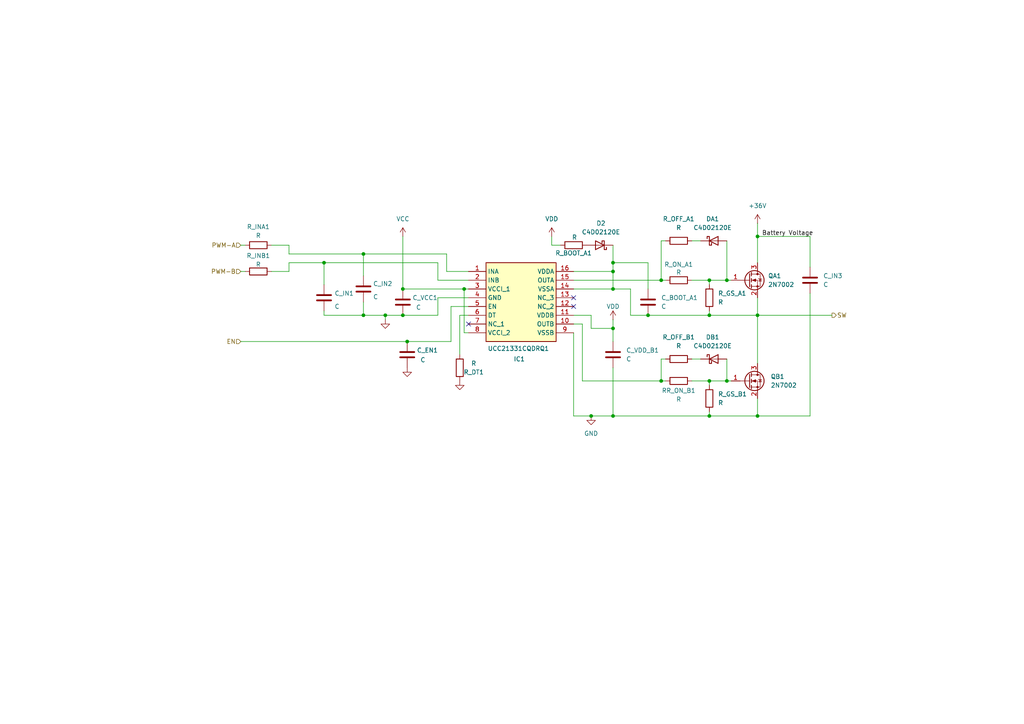
<source format=kicad_sch>
(kicad_sch
	(version 20231120)
	(generator "eeschema")
	(generator_version "8.0")
	(uuid "26e98832-be88-42fd-be22-8bc4c800b4fd")
	(paper "A4")
	(lib_symbols
		(symbol "Device:C"
			(pin_numbers hide)
			(pin_names
				(offset 0.254)
			)
			(exclude_from_sim no)
			(in_bom yes)
			(on_board yes)
			(property "Reference" "C"
				(at 0.635 2.54 0)
				(effects
					(font
						(size 1.27 1.27)
					)
					(justify left)
				)
			)
			(property "Value" "C"
				(at 0.635 -2.54 0)
				(effects
					(font
						(size 1.27 1.27)
					)
					(justify left)
				)
			)
			(property "Footprint" ""
				(at 0.9652 -3.81 0)
				(effects
					(font
						(size 1.27 1.27)
					)
					(hide yes)
				)
			)
			(property "Datasheet" "~"
				(at 0 0 0)
				(effects
					(font
						(size 1.27 1.27)
					)
					(hide yes)
				)
			)
			(property "Description" "Unpolarized capacitor"
				(at 0 0 0)
				(effects
					(font
						(size 1.27 1.27)
					)
					(hide yes)
				)
			)
			(property "ki_keywords" "cap capacitor"
				(at 0 0 0)
				(effects
					(font
						(size 1.27 1.27)
					)
					(hide yes)
				)
			)
			(property "ki_fp_filters" "C_*"
				(at 0 0 0)
				(effects
					(font
						(size 1.27 1.27)
					)
					(hide yes)
				)
			)
			(symbol "C_0_1"
				(polyline
					(pts
						(xy -2.032 -0.762) (xy 2.032 -0.762)
					)
					(stroke
						(width 0.508)
						(type default)
					)
					(fill
						(type none)
					)
				)
				(polyline
					(pts
						(xy -2.032 0.762) (xy 2.032 0.762)
					)
					(stroke
						(width 0.508)
						(type default)
					)
					(fill
						(type none)
					)
				)
			)
			(symbol "C_1_1"
				(pin passive line
					(at 0 3.81 270)
					(length 2.794)
					(name "~"
						(effects
							(font
								(size 1.27 1.27)
							)
						)
					)
					(number "1"
						(effects
							(font
								(size 1.27 1.27)
							)
						)
					)
				)
				(pin passive line
					(at 0 -3.81 90)
					(length 2.794)
					(name "~"
						(effects
							(font
								(size 1.27 1.27)
							)
						)
					)
					(number "2"
						(effects
							(font
								(size 1.27 1.27)
							)
						)
					)
				)
			)
		)
		(symbol "Device:R"
			(pin_numbers hide)
			(pin_names
				(offset 0)
			)
			(exclude_from_sim no)
			(in_bom yes)
			(on_board yes)
			(property "Reference" "R"
				(at 2.032 0 90)
				(effects
					(font
						(size 1.27 1.27)
					)
				)
			)
			(property "Value" "R"
				(at 0 0 90)
				(effects
					(font
						(size 1.27 1.27)
					)
				)
			)
			(property "Footprint" ""
				(at -1.778 0 90)
				(effects
					(font
						(size 1.27 1.27)
					)
					(hide yes)
				)
			)
			(property "Datasheet" "~"
				(at 0 0 0)
				(effects
					(font
						(size 1.27 1.27)
					)
					(hide yes)
				)
			)
			(property "Description" "Resistor"
				(at 0 0 0)
				(effects
					(font
						(size 1.27 1.27)
					)
					(hide yes)
				)
			)
			(property "ki_keywords" "R res resistor"
				(at 0 0 0)
				(effects
					(font
						(size 1.27 1.27)
					)
					(hide yes)
				)
			)
			(property "ki_fp_filters" "R_*"
				(at 0 0 0)
				(effects
					(font
						(size 1.27 1.27)
					)
					(hide yes)
				)
			)
			(symbol "R_0_1"
				(rectangle
					(start -1.016 -2.54)
					(end 1.016 2.54)
					(stroke
						(width 0.254)
						(type default)
					)
					(fill
						(type none)
					)
				)
			)
			(symbol "R_1_1"
				(pin passive line
					(at 0 3.81 270)
					(length 1.27)
					(name "~"
						(effects
							(font
								(size 1.27 1.27)
							)
						)
					)
					(number "1"
						(effects
							(font
								(size 1.27 1.27)
							)
						)
					)
				)
				(pin passive line
					(at 0 -3.81 90)
					(length 1.27)
					(name "~"
						(effects
							(font
								(size 1.27 1.27)
							)
						)
					)
					(number "2"
						(effects
							(font
								(size 1.27 1.27)
							)
						)
					)
				)
			)
		)
		(symbol "Diode:C4D02120E"
			(pin_numbers hide)
			(pin_names
				(offset 1.016) hide)
			(exclude_from_sim no)
			(in_bom yes)
			(on_board yes)
			(property "Reference" "D"
				(at 0 2.54 0)
				(effects
					(font
						(size 1.27 1.27)
					)
				)
			)
			(property "Value" "C4D02120E"
				(at 0 -2.54 0)
				(effects
					(font
						(size 1.27 1.27)
					)
				)
			)
			(property "Footprint" "Package_TO_SOT_SMD:TO-252-2_TabPin1"
				(at 0 -4.445 0)
				(effects
					(font
						(size 1.27 1.27)
					)
					(hide yes)
				)
			)
			(property "Datasheet" "https://www.wolfspeed.com/media/downloads/128/C4D02120E.pdf"
				(at 0 0 0)
				(effects
					(font
						(size 1.27 1.27)
					)
					(hide yes)
				)
			)
			(property "Description" "1200V, 2A, SiC Schottky Diode, TO-252"
				(at 0 0 0)
				(effects
					(font
						(size 1.27 1.27)
					)
					(hide yes)
				)
			)
			(property "ki_keywords" "sic diode"
				(at 0 0 0)
				(effects
					(font
						(size 1.27 1.27)
					)
					(hide yes)
				)
			)
			(property "ki_fp_filters" "TO?252*TabPin1*"
				(at 0 0 0)
				(effects
					(font
						(size 1.27 1.27)
					)
					(hide yes)
				)
			)
			(symbol "C4D02120E_0_1"
				(polyline
					(pts
						(xy 1.27 0) (xy -1.27 0)
					)
					(stroke
						(width 0)
						(type default)
					)
					(fill
						(type none)
					)
				)
				(polyline
					(pts
						(xy 1.27 1.27) (xy 1.27 -1.27) (xy -1.27 0) (xy 1.27 1.27)
					)
					(stroke
						(width 0.254)
						(type default)
					)
					(fill
						(type none)
					)
				)
				(polyline
					(pts
						(xy -1.905 0.635) (xy -1.905 1.27) (xy -1.27 1.27) (xy -1.27 -1.27) (xy -0.635 -1.27) (xy -0.635 -0.635)
					)
					(stroke
						(width 0.254)
						(type default)
					)
					(fill
						(type none)
					)
				)
			)
			(symbol "C4D02120E_1_1"
				(pin passive line
					(at -3.81 0 0)
					(length 2.54)
					(name "K"
						(effects
							(font
								(size 1.27 1.27)
							)
						)
					)
					(number "1"
						(effects
							(font
								(size 1.27 1.27)
							)
						)
					)
				)
				(pin passive line
					(at 3.81 0 180)
					(length 2.54)
					(name "A"
						(effects
							(font
								(size 1.27 1.27)
							)
						)
					)
					(number "2"
						(effects
							(font
								(size 1.27 1.27)
							)
						)
					)
				)
			)
		)
		(symbol "Transistor_FET:2N7002"
			(pin_names hide)
			(exclude_from_sim no)
			(in_bom yes)
			(on_board yes)
			(property "Reference" "Q"
				(at 5.08 1.905 0)
				(effects
					(font
						(size 1.27 1.27)
					)
					(justify left)
				)
			)
			(property "Value" "2N7002"
				(at 5.08 0 0)
				(effects
					(font
						(size 1.27 1.27)
					)
					(justify left)
				)
			)
			(property "Footprint" "Package_TO_SOT_SMD:SOT-23"
				(at 5.08 -1.905 0)
				(effects
					(font
						(size 1.27 1.27)
						(italic yes)
					)
					(justify left)
					(hide yes)
				)
			)
			(property "Datasheet" "https://www.onsemi.com/pub/Collateral/NDS7002A-D.PDF"
				(at 5.08 -3.81 0)
				(effects
					(font
						(size 1.27 1.27)
					)
					(justify left)
					(hide yes)
				)
			)
			(property "Description" "0.115A Id, 60V Vds, N-Channel MOSFET, SOT-23"
				(at 0 0 0)
				(effects
					(font
						(size 1.27 1.27)
					)
					(hide yes)
				)
			)
			(property "ki_keywords" "N-Channel Switching MOSFET"
				(at 0 0 0)
				(effects
					(font
						(size 1.27 1.27)
					)
					(hide yes)
				)
			)
			(property "ki_fp_filters" "SOT?23*"
				(at 0 0 0)
				(effects
					(font
						(size 1.27 1.27)
					)
					(hide yes)
				)
			)
			(symbol "2N7002_0_1"
				(polyline
					(pts
						(xy 0.254 0) (xy -2.54 0)
					)
					(stroke
						(width 0)
						(type default)
					)
					(fill
						(type none)
					)
				)
				(polyline
					(pts
						(xy 0.254 1.905) (xy 0.254 -1.905)
					)
					(stroke
						(width 0.254)
						(type default)
					)
					(fill
						(type none)
					)
				)
				(polyline
					(pts
						(xy 0.762 -1.27) (xy 0.762 -2.286)
					)
					(stroke
						(width 0.254)
						(type default)
					)
					(fill
						(type none)
					)
				)
				(polyline
					(pts
						(xy 0.762 0.508) (xy 0.762 -0.508)
					)
					(stroke
						(width 0.254)
						(type default)
					)
					(fill
						(type none)
					)
				)
				(polyline
					(pts
						(xy 0.762 2.286) (xy 0.762 1.27)
					)
					(stroke
						(width 0.254)
						(type default)
					)
					(fill
						(type none)
					)
				)
				(polyline
					(pts
						(xy 2.54 2.54) (xy 2.54 1.778)
					)
					(stroke
						(width 0)
						(type default)
					)
					(fill
						(type none)
					)
				)
				(polyline
					(pts
						(xy 2.54 -2.54) (xy 2.54 0) (xy 0.762 0)
					)
					(stroke
						(width 0)
						(type default)
					)
					(fill
						(type none)
					)
				)
				(polyline
					(pts
						(xy 0.762 -1.778) (xy 3.302 -1.778) (xy 3.302 1.778) (xy 0.762 1.778)
					)
					(stroke
						(width 0)
						(type default)
					)
					(fill
						(type none)
					)
				)
				(polyline
					(pts
						(xy 1.016 0) (xy 2.032 0.381) (xy 2.032 -0.381) (xy 1.016 0)
					)
					(stroke
						(width 0)
						(type default)
					)
					(fill
						(type outline)
					)
				)
				(polyline
					(pts
						(xy 2.794 0.508) (xy 2.921 0.381) (xy 3.683 0.381) (xy 3.81 0.254)
					)
					(stroke
						(width 0)
						(type default)
					)
					(fill
						(type none)
					)
				)
				(polyline
					(pts
						(xy 3.302 0.381) (xy 2.921 -0.254) (xy 3.683 -0.254) (xy 3.302 0.381)
					)
					(stroke
						(width 0)
						(type default)
					)
					(fill
						(type none)
					)
				)
				(circle
					(center 1.651 0)
					(radius 2.794)
					(stroke
						(width 0.254)
						(type default)
					)
					(fill
						(type none)
					)
				)
				(circle
					(center 2.54 -1.778)
					(radius 0.254)
					(stroke
						(width 0)
						(type default)
					)
					(fill
						(type outline)
					)
				)
				(circle
					(center 2.54 1.778)
					(radius 0.254)
					(stroke
						(width 0)
						(type default)
					)
					(fill
						(type outline)
					)
				)
			)
			(symbol "2N7002_1_1"
				(pin input line
					(at -5.08 0 0)
					(length 2.54)
					(name "G"
						(effects
							(font
								(size 1.27 1.27)
							)
						)
					)
					(number "1"
						(effects
							(font
								(size 1.27 1.27)
							)
						)
					)
				)
				(pin passive line
					(at 2.54 -5.08 90)
					(length 2.54)
					(name "S"
						(effects
							(font
								(size 1.27 1.27)
							)
						)
					)
					(number "2"
						(effects
							(font
								(size 1.27 1.27)
							)
						)
					)
				)
				(pin passive line
					(at 2.54 5.08 270)
					(length 2.54)
					(name "D"
						(effects
							(font
								(size 1.27 1.27)
							)
						)
					)
					(number "3"
						(effects
							(font
								(size 1.27 1.27)
							)
						)
					)
				)
			)
		)
		(symbol "UCC21331CQDRQ1:UCC21331CQDRQ1"
			(exclude_from_sim no)
			(in_bom yes)
			(on_board yes)
			(property "Reference" "IC"
				(at 26.67 7.62 0)
				(effects
					(font
						(size 1.27 1.27)
					)
					(justify left top)
				)
			)
			(property "Value" "UCC21331CQDRQ1"
				(at 26.67 5.08 0)
				(effects
					(font
						(size 1.27 1.27)
					)
					(justify left top)
				)
			)
			(property "Footprint" "SOIC127P600X175-16N"
				(at 26.67 -94.92 0)
				(effects
					(font
						(size 1.27 1.27)
					)
					(justify left top)
					(hide yes)
				)
			)
			(property "Datasheet" "https://www.ti.com/lit/ds/symlink/ucc21331-q1.pdf?ts=1722154499216&ref_url=https%253A%252F%252Fwww.ti.com%252Fproduct%252FUCC21331-Q1%252Fpart-details%252FUCC21331CQDRQ1%253Fbm-verify%253DAAQAAAAJ_____6ibDDw9gyjHXzXNDxbQRYbfhbILQG6rv3CGUkxF081gbmveQm7Pmhs"
				(at 26.67 -194.92 0)
				(effects
					(font
						(size 1.27 1.27)
					)
					(justify left top)
					(hide yes)
				)
			)
			(property "Description" "Gate Drivers Automotive, 3kVRMS 4A/6A two-channel gate driver with enable logic and programmable deadtime"
				(at 0 0 0)
				(effects
					(font
						(size 1.27 1.27)
					)
					(hide yes)
				)
			)
			(property "Height" "1.75"
				(at 26.67 -394.92 0)
				(effects
					(font
						(size 1.27 1.27)
					)
					(justify left top)
					(hide yes)
				)
			)
			(property "Mouser Part Number" ""
				(at 26.67 -494.92 0)
				(effects
					(font
						(size 1.27 1.27)
					)
					(justify left top)
					(hide yes)
				)
			)
			(property "Mouser Price/Stock" ""
				(at 26.67 -594.92 0)
				(effects
					(font
						(size 1.27 1.27)
					)
					(justify left top)
					(hide yes)
				)
			)
			(property "Manufacturer_Name" "Texas Instruments"
				(at 26.67 -694.92 0)
				(effects
					(font
						(size 1.27 1.27)
					)
					(justify left top)
					(hide yes)
				)
			)
			(property "Manufacturer_Part_Number" "UCC21331CQDRQ1"
				(at 26.67 -794.92 0)
				(effects
					(font
						(size 1.27 1.27)
					)
					(justify left top)
					(hide yes)
				)
			)
			(symbol "UCC21331CQDRQ1_1_1"
				(rectangle
					(start 5.08 2.54)
					(end 25.4 -20.32)
					(stroke
						(width 0.254)
						(type default)
					)
					(fill
						(type background)
					)
				)
				(pin passive line
					(at 0 0 0)
					(length 5.08)
					(name "INA"
						(effects
							(font
								(size 1.27 1.27)
							)
						)
					)
					(number "1"
						(effects
							(font
								(size 1.27 1.27)
							)
						)
					)
				)
				(pin passive line
					(at 30.48 -15.24 180)
					(length 5.08)
					(name "OUTB"
						(effects
							(font
								(size 1.27 1.27)
							)
						)
					)
					(number "10"
						(effects
							(font
								(size 1.27 1.27)
							)
						)
					)
				)
				(pin passive line
					(at 30.48 -12.7 180)
					(length 5.08)
					(name "VDDB"
						(effects
							(font
								(size 1.27 1.27)
							)
						)
					)
					(number "11"
						(effects
							(font
								(size 1.27 1.27)
							)
						)
					)
				)
				(pin passive line
					(at 30.48 -10.16 180)
					(length 5.08)
					(name "NC_2"
						(effects
							(font
								(size 1.27 1.27)
							)
						)
					)
					(number "12"
						(effects
							(font
								(size 1.27 1.27)
							)
						)
					)
				)
				(pin passive line
					(at 30.48 -7.62 180)
					(length 5.08)
					(name "NC_3"
						(effects
							(font
								(size 1.27 1.27)
							)
						)
					)
					(number "13"
						(effects
							(font
								(size 1.27 1.27)
							)
						)
					)
				)
				(pin passive line
					(at 30.48 -5.08 180)
					(length 5.08)
					(name "VSSA"
						(effects
							(font
								(size 1.27 1.27)
							)
						)
					)
					(number "14"
						(effects
							(font
								(size 1.27 1.27)
							)
						)
					)
				)
				(pin passive line
					(at 30.48 -2.54 180)
					(length 5.08)
					(name "OUTA"
						(effects
							(font
								(size 1.27 1.27)
							)
						)
					)
					(number "15"
						(effects
							(font
								(size 1.27 1.27)
							)
						)
					)
				)
				(pin passive line
					(at 30.48 0 180)
					(length 5.08)
					(name "VDDA"
						(effects
							(font
								(size 1.27 1.27)
							)
						)
					)
					(number "16"
						(effects
							(font
								(size 1.27 1.27)
							)
						)
					)
				)
				(pin passive line
					(at 0 -2.54 0)
					(length 5.08)
					(name "INB"
						(effects
							(font
								(size 1.27 1.27)
							)
						)
					)
					(number "2"
						(effects
							(font
								(size 1.27 1.27)
							)
						)
					)
				)
				(pin passive line
					(at 0 -5.08 0)
					(length 5.08)
					(name "VCCI_1"
						(effects
							(font
								(size 1.27 1.27)
							)
						)
					)
					(number "3"
						(effects
							(font
								(size 1.27 1.27)
							)
						)
					)
				)
				(pin passive line
					(at 0 -7.62 0)
					(length 5.08)
					(name "GND"
						(effects
							(font
								(size 1.27 1.27)
							)
						)
					)
					(number "4"
						(effects
							(font
								(size 1.27 1.27)
							)
						)
					)
				)
				(pin passive line
					(at 0 -10.16 0)
					(length 5.08)
					(name "EN"
						(effects
							(font
								(size 1.27 1.27)
							)
						)
					)
					(number "5"
						(effects
							(font
								(size 1.27 1.27)
							)
						)
					)
				)
				(pin passive line
					(at 0 -12.7 0)
					(length 5.08)
					(name "DT"
						(effects
							(font
								(size 1.27 1.27)
							)
						)
					)
					(number "6"
						(effects
							(font
								(size 1.27 1.27)
							)
						)
					)
				)
				(pin passive line
					(at 0 -15.24 0)
					(length 5.08)
					(name "NC_1"
						(effects
							(font
								(size 1.27 1.27)
							)
						)
					)
					(number "7"
						(effects
							(font
								(size 1.27 1.27)
							)
						)
					)
				)
				(pin passive line
					(at 0 -17.78 0)
					(length 5.08)
					(name "VCCI_2"
						(effects
							(font
								(size 1.27 1.27)
							)
						)
					)
					(number "8"
						(effects
							(font
								(size 1.27 1.27)
							)
						)
					)
				)
				(pin passive line
					(at 30.48 -17.78 180)
					(length 5.08)
					(name "VSSB"
						(effects
							(font
								(size 1.27 1.27)
							)
						)
					)
					(number "9"
						(effects
							(font
								(size 1.27 1.27)
							)
						)
					)
				)
			)
		)
		(symbol "power:+36V"
			(power)
			(pin_numbers hide)
			(pin_names
				(offset 0) hide)
			(exclude_from_sim no)
			(in_bom yes)
			(on_board yes)
			(property "Reference" "#PWR"
				(at 0 -3.81 0)
				(effects
					(font
						(size 1.27 1.27)
					)
					(hide yes)
				)
			)
			(property "Value" "+36V"
				(at 0 3.556 0)
				(effects
					(font
						(size 1.27 1.27)
					)
				)
			)
			(property "Footprint" ""
				(at 0 0 0)
				(effects
					(font
						(size 1.27 1.27)
					)
					(hide yes)
				)
			)
			(property "Datasheet" ""
				(at 0 0 0)
				(effects
					(font
						(size 1.27 1.27)
					)
					(hide yes)
				)
			)
			(property "Description" "Power symbol creates a global label with name \"+36V\""
				(at 0 0 0)
				(effects
					(font
						(size 1.27 1.27)
					)
					(hide yes)
				)
			)
			(property "ki_keywords" "global power"
				(at 0 0 0)
				(effects
					(font
						(size 1.27 1.27)
					)
					(hide yes)
				)
			)
			(symbol "+36V_0_1"
				(polyline
					(pts
						(xy -0.762 1.27) (xy 0 2.54)
					)
					(stroke
						(width 0)
						(type default)
					)
					(fill
						(type none)
					)
				)
				(polyline
					(pts
						(xy 0 0) (xy 0 2.54)
					)
					(stroke
						(width 0)
						(type default)
					)
					(fill
						(type none)
					)
				)
				(polyline
					(pts
						(xy 0 2.54) (xy 0.762 1.27)
					)
					(stroke
						(width 0)
						(type default)
					)
					(fill
						(type none)
					)
				)
			)
			(symbol "+36V_1_1"
				(pin power_in line
					(at 0 0 90)
					(length 0)
					(name "~"
						(effects
							(font
								(size 1.27 1.27)
							)
						)
					)
					(number "1"
						(effects
							(font
								(size 1.27 1.27)
							)
						)
					)
				)
			)
		)
		(symbol "power:GND"
			(power)
			(pin_numbers hide)
			(pin_names
				(offset 0) hide)
			(exclude_from_sim no)
			(in_bom yes)
			(on_board yes)
			(property "Reference" "#PWR"
				(at 0 -6.35 0)
				(effects
					(font
						(size 1.27 1.27)
					)
					(hide yes)
				)
			)
			(property "Value" "GND"
				(at 0 -3.81 0)
				(effects
					(font
						(size 1.27 1.27)
					)
				)
			)
			(property "Footprint" ""
				(at 0 0 0)
				(effects
					(font
						(size 1.27 1.27)
					)
					(hide yes)
				)
			)
			(property "Datasheet" ""
				(at 0 0 0)
				(effects
					(font
						(size 1.27 1.27)
					)
					(hide yes)
				)
			)
			(property "Description" "Power symbol creates a global label with name \"GND\" , ground"
				(at 0 0 0)
				(effects
					(font
						(size 1.27 1.27)
					)
					(hide yes)
				)
			)
			(property "ki_keywords" "global power"
				(at 0 0 0)
				(effects
					(font
						(size 1.27 1.27)
					)
					(hide yes)
				)
			)
			(symbol "GND_0_1"
				(polyline
					(pts
						(xy 0 0) (xy 0 -1.27) (xy 1.27 -1.27) (xy 0 -2.54) (xy -1.27 -1.27) (xy 0 -1.27)
					)
					(stroke
						(width 0)
						(type default)
					)
					(fill
						(type none)
					)
				)
			)
			(symbol "GND_1_1"
				(pin power_in line
					(at 0 0 270)
					(length 0)
					(name "~"
						(effects
							(font
								(size 1.27 1.27)
							)
						)
					)
					(number "1"
						(effects
							(font
								(size 1.27 1.27)
							)
						)
					)
				)
			)
		)
		(symbol "power:VCC"
			(power)
			(pin_numbers hide)
			(pin_names
				(offset 0) hide)
			(exclude_from_sim no)
			(in_bom yes)
			(on_board yes)
			(property "Reference" "#PWR"
				(at 0 -3.81 0)
				(effects
					(font
						(size 1.27 1.27)
					)
					(hide yes)
				)
			)
			(property "Value" "VCC"
				(at 0 3.556 0)
				(effects
					(font
						(size 1.27 1.27)
					)
				)
			)
			(property "Footprint" ""
				(at 0 0 0)
				(effects
					(font
						(size 1.27 1.27)
					)
					(hide yes)
				)
			)
			(property "Datasheet" ""
				(at 0 0 0)
				(effects
					(font
						(size 1.27 1.27)
					)
					(hide yes)
				)
			)
			(property "Description" "Power symbol creates a global label with name \"VCC\""
				(at 0 0 0)
				(effects
					(font
						(size 1.27 1.27)
					)
					(hide yes)
				)
			)
			(property "ki_keywords" "global power"
				(at 0 0 0)
				(effects
					(font
						(size 1.27 1.27)
					)
					(hide yes)
				)
			)
			(symbol "VCC_0_1"
				(polyline
					(pts
						(xy -0.762 1.27) (xy 0 2.54)
					)
					(stroke
						(width 0)
						(type default)
					)
					(fill
						(type none)
					)
				)
				(polyline
					(pts
						(xy 0 0) (xy 0 2.54)
					)
					(stroke
						(width 0)
						(type default)
					)
					(fill
						(type none)
					)
				)
				(polyline
					(pts
						(xy 0 2.54) (xy 0.762 1.27)
					)
					(stroke
						(width 0)
						(type default)
					)
					(fill
						(type none)
					)
				)
			)
			(symbol "VCC_1_1"
				(pin power_in line
					(at 0 0 90)
					(length 0)
					(name "~"
						(effects
							(font
								(size 1.27 1.27)
							)
						)
					)
					(number "1"
						(effects
							(font
								(size 1.27 1.27)
							)
						)
					)
				)
			)
		)
		(symbol "power:VDD"
			(power)
			(pin_numbers hide)
			(pin_names
				(offset 0) hide)
			(exclude_from_sim no)
			(in_bom yes)
			(on_board yes)
			(property "Reference" "#PWR"
				(at 0 -3.81 0)
				(effects
					(font
						(size 1.27 1.27)
					)
					(hide yes)
				)
			)
			(property "Value" "VDD"
				(at 0 3.556 0)
				(effects
					(font
						(size 1.27 1.27)
					)
				)
			)
			(property "Footprint" ""
				(at 0 0 0)
				(effects
					(font
						(size 1.27 1.27)
					)
					(hide yes)
				)
			)
			(property "Datasheet" ""
				(at 0 0 0)
				(effects
					(font
						(size 1.27 1.27)
					)
					(hide yes)
				)
			)
			(property "Description" "Power symbol creates a global label with name \"VDD\""
				(at 0 0 0)
				(effects
					(font
						(size 1.27 1.27)
					)
					(hide yes)
				)
			)
			(property "ki_keywords" "global power"
				(at 0 0 0)
				(effects
					(font
						(size 1.27 1.27)
					)
					(hide yes)
				)
			)
			(symbol "VDD_0_1"
				(polyline
					(pts
						(xy -0.762 1.27) (xy 0 2.54)
					)
					(stroke
						(width 0)
						(type default)
					)
					(fill
						(type none)
					)
				)
				(polyline
					(pts
						(xy 0 0) (xy 0 2.54)
					)
					(stroke
						(width 0)
						(type default)
					)
					(fill
						(type none)
					)
				)
				(polyline
					(pts
						(xy 0 2.54) (xy 0.762 1.27)
					)
					(stroke
						(width 0)
						(type default)
					)
					(fill
						(type none)
					)
				)
			)
			(symbol "VDD_1_1"
				(pin power_in line
					(at 0 0 90)
					(length 0)
					(name "~"
						(effects
							(font
								(size 1.27 1.27)
							)
						)
					)
					(number "1"
						(effects
							(font
								(size 1.27 1.27)
							)
						)
					)
				)
			)
		)
	)
	(junction
		(at 219.71 120.65)
		(diameter 0)
		(color 0 0 0 0)
		(uuid "074abb8a-4be5-4118-82e5-724a5eb7f359")
	)
	(junction
		(at 191.77 81.28)
		(diameter 0)
		(color 0 0 0 0)
		(uuid "075ceac7-7622-4032-80c9-f9dd59f56998")
	)
	(junction
		(at 171.45 120.65)
		(diameter 0)
		(color 0 0 0 0)
		(uuid "08ec070c-0f29-482c-9fd5-25be0b0d2710")
	)
	(junction
		(at 210.82 110.49)
		(diameter 0)
		(color 0 0 0 0)
		(uuid "0c1c8a05-6fdf-4ca5-ac7f-ba8f752000c0")
	)
	(junction
		(at 134.62 83.82)
		(diameter 0)
		(color 0 0 0 0)
		(uuid "0cd66f8e-6e40-45c2-ad92-598dc2861124")
	)
	(junction
		(at 111.76 91.44)
		(diameter 0)
		(color 0 0 0 0)
		(uuid "1527100e-04f9-4719-b434-bbb86f9a5e50")
	)
	(junction
		(at 187.96 91.44)
		(diameter 0)
		(color 0 0 0 0)
		(uuid "1953cf0b-a0c7-445a-8182-3a631f89c61b")
	)
	(junction
		(at 105.41 73.66)
		(diameter 0)
		(color 0 0 0 0)
		(uuid "322286f3-1bd0-4a9b-a665-f3bd5b601827")
	)
	(junction
		(at 205.74 120.65)
		(diameter 0)
		(color 0 0 0 0)
		(uuid "3c0b5dc5-1e02-4dcb-9e9f-db702bd72f27")
	)
	(junction
		(at 177.8 83.82)
		(diameter 0)
		(color 0 0 0 0)
		(uuid "3eb404ee-9c82-4f29-93b7-24331cbf62d3")
	)
	(junction
		(at 205.74 81.28)
		(diameter 0)
		(color 0 0 0 0)
		(uuid "4abc3205-5274-4fd5-8bbe-1528d9435864")
	)
	(junction
		(at 219.71 68.58)
		(diameter 0)
		(color 0 0 0 0)
		(uuid "57fc0e8d-c261-4cb3-a58f-8eb63b18e2d4")
	)
	(junction
		(at 118.11 99.06)
		(diameter 0)
		(color 0 0 0 0)
		(uuid "5d02f17c-e71e-43df-86bf-b151aae335c5")
	)
	(junction
		(at 219.71 91.44)
		(diameter 0)
		(color 0 0 0 0)
		(uuid "6a8c5b6a-2361-4bf6-a3c5-e2df2afc8c82")
	)
	(junction
		(at 177.8 76.2)
		(diameter 0)
		(color 0 0 0 0)
		(uuid "6f4a8237-6bfa-4580-928c-f3065762597c")
	)
	(junction
		(at 177.8 120.65)
		(diameter 0)
		(color 0 0 0 0)
		(uuid "7c58616a-d1ca-4544-9964-4153df54e062")
	)
	(junction
		(at 116.84 83.82)
		(diameter 0)
		(color 0 0 0 0)
		(uuid "8370f366-e509-4ef0-9f49-c2bf05411907")
	)
	(junction
		(at 116.84 91.44)
		(diameter 0)
		(color 0 0 0 0)
		(uuid "919481f8-57b9-46ba-ae94-52776f91f9a8")
	)
	(junction
		(at 191.77 110.49)
		(diameter 0)
		(color 0 0 0 0)
		(uuid "a09cc575-678b-467a-a515-7919bc62fe60")
	)
	(junction
		(at 105.41 91.44)
		(diameter 0)
		(color 0 0 0 0)
		(uuid "a523c7d1-4eea-4fca-b786-0fefb4905074")
	)
	(junction
		(at 177.8 78.74)
		(diameter 0)
		(color 0 0 0 0)
		(uuid "a78a8b5a-c23a-461a-b2ce-038c72a793d5")
	)
	(junction
		(at 177.8 95.25)
		(diameter 0)
		(color 0 0 0 0)
		(uuid "a9d04571-3a6e-4a8d-94e6-760ff1d9274a")
	)
	(junction
		(at 210.82 81.28)
		(diameter 0)
		(color 0 0 0 0)
		(uuid "c23b7d80-7962-449b-afd3-16235ea1807f")
	)
	(junction
		(at 205.74 110.49)
		(diameter 0)
		(color 0 0 0 0)
		(uuid "c2c2b67c-f5b5-4947-839f-7141f819c15b")
	)
	(junction
		(at 93.98 76.2)
		(diameter 0)
		(color 0 0 0 0)
		(uuid "dadbe1df-7927-4862-8e48-563863bdfe06")
	)
	(junction
		(at 205.74 91.44)
		(diameter 0)
		(color 0 0 0 0)
		(uuid "eebee0b4-d570-430f-a6c2-d6b70151d7d2")
	)
	(no_connect
		(at 135.89 93.98)
		(uuid "a87f5dc0-6997-4be5-b212-eab8663a59e9")
	)
	(no_connect
		(at 166.37 86.36)
		(uuid "cbe7eb03-7fd0-44c5-807e-58b3561c4a4b")
	)
	(no_connect
		(at 166.37 88.9)
		(uuid "dddc9078-d462-44b0-b69a-0a8a5fb2846b")
	)
	(wire
		(pts
			(xy 127 81.28) (xy 135.89 81.28)
		)
		(stroke
			(width 0)
			(type default)
		)
		(uuid "009e530a-5e0d-4a04-b7bc-0c6dfcabc030")
	)
	(wire
		(pts
			(xy 193.04 69.85) (xy 191.77 69.85)
		)
		(stroke
			(width 0)
			(type default)
		)
		(uuid "04f1657c-fb00-43fd-b031-8b1f3323e70a")
	)
	(wire
		(pts
			(xy 130.81 88.9) (xy 135.89 88.9)
		)
		(stroke
			(width 0)
			(type default)
		)
		(uuid "07db81f5-c019-4514-8af7-b223e690b001")
	)
	(wire
		(pts
			(xy 116.84 91.44) (xy 127 91.44)
		)
		(stroke
			(width 0)
			(type default)
		)
		(uuid "097568c5-2130-444f-b1ed-e08fa7adb989")
	)
	(wire
		(pts
			(xy 177.8 71.12) (xy 177.8 76.2)
		)
		(stroke
			(width 0)
			(type default)
		)
		(uuid "0b45d14a-873c-4432-a5fa-d62c9f52cffe")
	)
	(wire
		(pts
			(xy 212.09 81.28) (xy 210.82 81.28)
		)
		(stroke
			(width 0)
			(type default)
		)
		(uuid "0b677059-e2cc-4d76-a2d0-fb9bc6c5354a")
	)
	(wire
		(pts
			(xy 205.74 110.49) (xy 210.82 110.49)
		)
		(stroke
			(width 0)
			(type default)
		)
		(uuid "122cef1d-4705-495a-9add-5b21aab1920b")
	)
	(wire
		(pts
			(xy 160.02 71.12) (xy 162.56 71.12)
		)
		(stroke
			(width 0)
			(type default)
		)
		(uuid "1708d12f-fec6-4934-9bd6-ba2030a7c5a5")
	)
	(wire
		(pts
			(xy 111.76 91.44) (xy 116.84 91.44)
		)
		(stroke
			(width 0)
			(type default)
		)
		(uuid "170b77e2-1418-46b1-b44d-aae06fc27d7e")
	)
	(wire
		(pts
			(xy 69.85 71.12) (xy 71.12 71.12)
		)
		(stroke
			(width 0)
			(type default)
		)
		(uuid "1dfac969-c498-4108-a2f2-cfaa6766b06f")
	)
	(wire
		(pts
			(xy 191.77 69.85) (xy 191.77 81.28)
		)
		(stroke
			(width 0)
			(type default)
		)
		(uuid "24bbea14-a5b2-4e6d-88aa-7e6befa54403")
	)
	(wire
		(pts
			(xy 69.85 99.06) (xy 118.11 99.06)
		)
		(stroke
			(width 0)
			(type default)
		)
		(uuid "26a06e1e-6124-4295-a628-f1b09f27f90e")
	)
	(wire
		(pts
			(xy 93.98 76.2) (xy 93.98 82.55)
		)
		(stroke
			(width 0)
			(type default)
		)
		(uuid "2dd7af1f-50c7-4d43-a3c0-42d230fa37f6")
	)
	(wire
		(pts
			(xy 129.54 73.66) (xy 129.54 78.74)
		)
		(stroke
			(width 0)
			(type default)
		)
		(uuid "31d08b5e-0be4-4bcb-910b-f8322729f7ad")
	)
	(wire
		(pts
			(xy 205.74 81.28) (xy 210.82 81.28)
		)
		(stroke
			(width 0)
			(type default)
		)
		(uuid "397845ea-ec96-4cc3-aa0b-0007e5f3aa88")
	)
	(wire
		(pts
			(xy 200.66 110.49) (xy 205.74 110.49)
		)
		(stroke
			(width 0)
			(type default)
		)
		(uuid "39f0837c-fb9c-42d7-9a4f-18ea0ae682a0")
	)
	(wire
		(pts
			(xy 234.95 68.58) (xy 234.95 77.47)
		)
		(stroke
			(width 0)
			(type default)
		)
		(uuid "39f3f107-3b90-4753-9d74-6921b4f1a5a2")
	)
	(wire
		(pts
			(xy 205.74 90.17) (xy 205.74 91.44)
		)
		(stroke
			(width 0)
			(type default)
		)
		(uuid "4218b27c-21d9-4bd7-ab80-4621077258a7")
	)
	(wire
		(pts
			(xy 135.89 96.52) (xy 134.62 96.52)
		)
		(stroke
			(width 0)
			(type default)
		)
		(uuid "44bad0ee-da28-4311-8ff4-aaa000d2e13d")
	)
	(wire
		(pts
			(xy 127 86.36) (xy 135.89 86.36)
		)
		(stroke
			(width 0)
			(type default)
		)
		(uuid "4a938ba9-1233-4e20-a47f-136bc0824d40")
	)
	(wire
		(pts
			(xy 168.91 93.98) (xy 168.91 110.49)
		)
		(stroke
			(width 0)
			(type default)
		)
		(uuid "4eeb665f-d749-4455-a804-6381cb256cb7")
	)
	(wire
		(pts
			(xy 105.41 73.66) (xy 129.54 73.66)
		)
		(stroke
			(width 0)
			(type default)
		)
		(uuid "4fb35e33-1d93-4e35-932d-9a720994a0cf")
	)
	(wire
		(pts
			(xy 219.71 68.58) (xy 234.95 68.58)
		)
		(stroke
			(width 0)
			(type default)
		)
		(uuid "5366b348-9436-473c-b879-e3dfd7d595df")
	)
	(wire
		(pts
			(xy 219.71 68.58) (xy 219.71 76.2)
		)
		(stroke
			(width 0)
			(type default)
		)
		(uuid "548e4cb7-1012-46a9-94c9-ec34b8690652")
	)
	(wire
		(pts
			(xy 160.02 68.58) (xy 160.02 71.12)
		)
		(stroke
			(width 0)
			(type default)
		)
		(uuid "54ffb978-ddac-4e62-ad8c-96ab9024bc04")
	)
	(wire
		(pts
			(xy 177.8 78.74) (xy 177.8 83.82)
		)
		(stroke
			(width 0)
			(type default)
		)
		(uuid "56a2644e-beec-4681-ae71-9428eb36216f")
	)
	(wire
		(pts
			(xy 219.71 91.44) (xy 219.71 105.41)
		)
		(stroke
			(width 0)
			(type default)
		)
		(uuid "6060e091-4baa-4ec5-8ca8-17844241ac4c")
	)
	(wire
		(pts
			(xy 118.11 99.06) (xy 130.81 99.06)
		)
		(stroke
			(width 0)
			(type default)
		)
		(uuid "641d2471-94ed-4517-ac70-4469235355f5")
	)
	(wire
		(pts
			(xy 203.2 69.85) (xy 200.66 69.85)
		)
		(stroke
			(width 0)
			(type default)
		)
		(uuid "650606f6-41e0-4d1d-bb5f-19f6d50ac8dd")
	)
	(wire
		(pts
			(xy 166.37 96.52) (xy 166.37 120.65)
		)
		(stroke
			(width 0)
			(type default)
		)
		(uuid "69e4b515-64b2-45f0-b838-69c9b0b027b8")
	)
	(wire
		(pts
			(xy 130.81 99.06) (xy 130.81 88.9)
		)
		(stroke
			(width 0)
			(type default)
		)
		(uuid "6b06b1c5-bac3-43b8-8934-d038ef94a1f8")
	)
	(wire
		(pts
			(xy 187.96 76.2) (xy 187.96 83.82)
		)
		(stroke
			(width 0)
			(type default)
		)
		(uuid "6c3cc0b6-d8c2-469c-ae25-80b4aec9887c")
	)
	(wire
		(pts
			(xy 93.98 90.17) (xy 93.98 91.44)
		)
		(stroke
			(width 0)
			(type default)
		)
		(uuid "6fb68f64-cef2-4fe0-aa25-463ed0f04206")
	)
	(wire
		(pts
			(xy 177.8 120.65) (xy 205.74 120.65)
		)
		(stroke
			(width 0)
			(type default)
		)
		(uuid "7114cd8f-d09e-4f07-9fbc-cf347d03c0bd")
	)
	(wire
		(pts
			(xy 83.82 76.2) (xy 93.98 76.2)
		)
		(stroke
			(width 0)
			(type default)
		)
		(uuid "7154b42e-0142-47e6-9699-b53809206317")
	)
	(wire
		(pts
			(xy 78.74 71.12) (xy 83.82 71.12)
		)
		(stroke
			(width 0)
			(type default)
		)
		(uuid "71d9cab7-d77a-47d8-a6ad-5406f00fda2b")
	)
	(wire
		(pts
			(xy 171.45 120.65) (xy 177.8 120.65)
		)
		(stroke
			(width 0)
			(type default)
		)
		(uuid "769729a3-4b04-4e59-b74f-827381ec9a7a")
	)
	(wire
		(pts
			(xy 219.71 91.44) (xy 241.3 91.44)
		)
		(stroke
			(width 0)
			(type default)
		)
		(uuid "77a3306d-dc92-49a2-87f5-9f5a99931531")
	)
	(wire
		(pts
			(xy 69.85 78.74) (xy 71.12 78.74)
		)
		(stroke
			(width 0)
			(type default)
		)
		(uuid "78524456-6731-4166-ac3e-497493e74156")
	)
	(wire
		(pts
			(xy 171.45 91.44) (xy 166.37 91.44)
		)
		(stroke
			(width 0)
			(type default)
		)
		(uuid "78e0a516-a087-4206-9acc-abc597cc262a")
	)
	(wire
		(pts
			(xy 93.98 91.44) (xy 105.41 91.44)
		)
		(stroke
			(width 0)
			(type default)
		)
		(uuid "79882079-a39e-4e24-94aa-f81c35d6dcb7")
	)
	(wire
		(pts
			(xy 166.37 83.82) (xy 177.8 83.82)
		)
		(stroke
			(width 0)
			(type default)
		)
		(uuid "7e62b2ea-d7f1-40bc-9044-2b3de2da1912")
	)
	(wire
		(pts
			(xy 191.77 104.14) (xy 191.77 110.49)
		)
		(stroke
			(width 0)
			(type default)
		)
		(uuid "7f47e3ee-c3c9-4a7a-8988-b4ab66cfaf90")
	)
	(wire
		(pts
			(xy 133.35 102.87) (xy 133.35 91.44)
		)
		(stroke
			(width 0)
			(type default)
		)
		(uuid "80253070-48f2-4a6a-a437-7cdd6179f651")
	)
	(wire
		(pts
			(xy 200.66 81.28) (xy 205.74 81.28)
		)
		(stroke
			(width 0)
			(type default)
		)
		(uuid "8247e387-d15b-448e-acc9-b9ba355a1a8e")
	)
	(wire
		(pts
			(xy 116.84 68.58) (xy 116.84 83.82)
		)
		(stroke
			(width 0)
			(type default)
		)
		(uuid "85678d55-cc30-4635-9cd2-6e9bb0d90a02")
	)
	(wire
		(pts
			(xy 234.95 120.65) (xy 234.95 85.09)
		)
		(stroke
			(width 0)
			(type default)
		)
		(uuid "87318692-0d46-43a9-a5f2-c5ce2394c411")
	)
	(wire
		(pts
			(xy 78.74 78.74) (xy 83.82 78.74)
		)
		(stroke
			(width 0)
			(type default)
		)
		(uuid "8870a760-882f-4fff-8bf5-0c2cbab62bca")
	)
	(wire
		(pts
			(xy 191.77 110.49) (xy 193.04 110.49)
		)
		(stroke
			(width 0)
			(type default)
		)
		(uuid "90a97539-d3de-4c7c-a478-aceb8fface4c")
	)
	(wire
		(pts
			(xy 219.71 120.65) (xy 234.95 120.65)
		)
		(stroke
			(width 0)
			(type default)
		)
		(uuid "930020f4-40b3-4f16-a800-ec92b69a8385")
	)
	(wire
		(pts
			(xy 127 76.2) (xy 127 81.28)
		)
		(stroke
			(width 0)
			(type default)
		)
		(uuid "949c6786-ed18-4883-9d16-c44cb4a9a28d")
	)
	(wire
		(pts
			(xy 177.8 76.2) (xy 187.96 76.2)
		)
		(stroke
			(width 0)
			(type default)
		)
		(uuid "9676ad22-df77-45f2-917f-fdf0a336977f")
	)
	(wire
		(pts
			(xy 182.88 83.82) (xy 182.88 91.44)
		)
		(stroke
			(width 0)
			(type default)
		)
		(uuid "96b2015d-d3a1-4b16-aaff-ec592b1ae861")
	)
	(wire
		(pts
			(xy 111.76 92.71) (xy 111.76 91.44)
		)
		(stroke
			(width 0)
			(type default)
		)
		(uuid "99ee894b-fbf0-4114-b0ee-3285f236fd35")
	)
	(wire
		(pts
			(xy 105.41 73.66) (xy 105.41 80.01)
		)
		(stroke
			(width 0)
			(type default)
		)
		(uuid "9bb02e93-e4c1-4b3b-8f6c-5c8085c22ecd")
	)
	(wire
		(pts
			(xy 219.71 64.77) (xy 219.71 68.58)
		)
		(stroke
			(width 0)
			(type default)
		)
		(uuid "9f55b2f4-cafd-4be4-9475-47683abd7e81")
	)
	(wire
		(pts
			(xy 212.09 110.49) (xy 210.82 110.49)
		)
		(stroke
			(width 0)
			(type default)
		)
		(uuid "a3d760f7-d81d-4935-a82d-7437025fc3cf")
	)
	(wire
		(pts
			(xy 219.71 115.57) (xy 219.71 120.65)
		)
		(stroke
			(width 0)
			(type default)
		)
		(uuid "a6af4ec0-85b6-4be8-8114-e556bc7261cf")
	)
	(wire
		(pts
			(xy 116.84 83.82) (xy 134.62 83.82)
		)
		(stroke
			(width 0)
			(type default)
		)
		(uuid "a9bc82c2-ff5d-4ed2-a59b-7936da78e280")
	)
	(wire
		(pts
			(xy 105.41 91.44) (xy 105.41 87.63)
		)
		(stroke
			(width 0)
			(type default)
		)
		(uuid "ac379a6a-ada0-4f4c-9a38-5124723aef2b")
	)
	(wire
		(pts
			(xy 166.37 93.98) (xy 168.91 93.98)
		)
		(stroke
			(width 0)
			(type default)
		)
		(uuid "b2463c47-b012-44ed-b3c3-8b17a97ab64a")
	)
	(wire
		(pts
			(xy 187.96 91.44) (xy 205.74 91.44)
		)
		(stroke
			(width 0)
			(type default)
		)
		(uuid "b2f83a15-f82a-4a72-9b28-24012c56c841")
	)
	(wire
		(pts
			(xy 168.91 110.49) (xy 191.77 110.49)
		)
		(stroke
			(width 0)
			(type default)
		)
		(uuid "b362c576-dc50-4976-82d2-f050122f3faf")
	)
	(wire
		(pts
			(xy 171.45 95.25) (xy 177.8 95.25)
		)
		(stroke
			(width 0)
			(type default)
		)
		(uuid "b6dbaa24-1608-4bd2-b975-0149259b9cd5")
	)
	(wire
		(pts
			(xy 171.45 95.25) (xy 171.45 91.44)
		)
		(stroke
			(width 0)
			(type default)
		)
		(uuid "b9bdf25e-b896-444a-9051-12c13a502399")
	)
	(wire
		(pts
			(xy 210.82 110.49) (xy 210.82 104.14)
		)
		(stroke
			(width 0)
			(type default)
		)
		(uuid "bd634149-5daa-4116-b631-74603b2c6ce1")
	)
	(wire
		(pts
			(xy 182.88 91.44) (xy 187.96 91.44)
		)
		(stroke
			(width 0)
			(type default)
		)
		(uuid "c1833912-dd32-4dab-98ce-4a21726508c6")
	)
	(wire
		(pts
			(xy 177.8 92.71) (xy 177.8 95.25)
		)
		(stroke
			(width 0)
			(type default)
		)
		(uuid "ca2a7d0b-5da5-4330-bb6c-03b6d4791a01")
	)
	(wire
		(pts
			(xy 219.71 86.36) (xy 219.71 91.44)
		)
		(stroke
			(width 0)
			(type default)
		)
		(uuid "cc5ef17d-2e80-43bf-b9f9-bfde0d3ed3de")
	)
	(wire
		(pts
			(xy 203.2 104.14) (xy 200.66 104.14)
		)
		(stroke
			(width 0)
			(type default)
		)
		(uuid "ce4cf72b-8975-4407-ae69-2098c59d3471")
	)
	(wire
		(pts
			(xy 83.82 73.66) (xy 105.41 73.66)
		)
		(stroke
			(width 0)
			(type default)
		)
		(uuid "d07e642c-4f05-4c42-823b-9f4e9230f49b")
	)
	(wire
		(pts
			(xy 177.8 106.68) (xy 177.8 120.65)
		)
		(stroke
			(width 0)
			(type default)
		)
		(uuid "d4db6b07-94b8-4f54-b723-cc6dfce3b457")
	)
	(wire
		(pts
			(xy 134.62 83.82) (xy 135.89 83.82)
		)
		(stroke
			(width 0)
			(type default)
		)
		(uuid "d54148ed-2451-42b8-9c39-398bdf26c712")
	)
	(wire
		(pts
			(xy 166.37 81.28) (xy 191.77 81.28)
		)
		(stroke
			(width 0)
			(type default)
		)
		(uuid "da3d45d3-782a-403e-a4e8-c9fc0ff3e754")
	)
	(wire
		(pts
			(xy 134.62 96.52) (xy 134.62 83.82)
		)
		(stroke
			(width 0)
			(type default)
		)
		(uuid "dc824b53-5b84-4352-8aed-564fd829f2fa")
	)
	(wire
		(pts
			(xy 193.04 104.14) (xy 191.77 104.14)
		)
		(stroke
			(width 0)
			(type default)
		)
		(uuid "dc8b8ebb-ce13-4162-bd0e-c69dfd443529")
	)
	(wire
		(pts
			(xy 127 91.44) (xy 127 86.36)
		)
		(stroke
			(width 0)
			(type default)
		)
		(uuid "dfbc41f4-efa1-4f27-8566-6d1082a34dda")
	)
	(wire
		(pts
			(xy 210.82 81.28) (xy 210.82 69.85)
		)
		(stroke
			(width 0)
			(type default)
		)
		(uuid "e1d53edb-236b-41a3-af7d-2ffef046e97b")
	)
	(wire
		(pts
			(xy 182.88 83.82) (xy 177.8 83.82)
		)
		(stroke
			(width 0)
			(type default)
		)
		(uuid "e270a7b1-7cf1-46ab-9f7a-ddf460efc638")
	)
	(wire
		(pts
			(xy 177.8 76.2) (xy 177.8 78.74)
		)
		(stroke
			(width 0)
			(type default)
		)
		(uuid "e40514f9-f452-449e-ba96-a0b3c1342565")
	)
	(wire
		(pts
			(xy 205.74 91.44) (xy 219.71 91.44)
		)
		(stroke
			(width 0)
			(type default)
		)
		(uuid "e43777a8-3e1b-4ff8-9426-492a14afeb0d")
	)
	(wire
		(pts
			(xy 133.35 91.44) (xy 135.89 91.44)
		)
		(stroke
			(width 0)
			(type default)
		)
		(uuid "ec18aa66-0312-4d09-a3ec-02d378200c30")
	)
	(wire
		(pts
			(xy 129.54 78.74) (xy 135.89 78.74)
		)
		(stroke
			(width 0)
			(type default)
		)
		(uuid "ec1c648b-8bdf-4945-bc81-647aedc3d786")
	)
	(wire
		(pts
			(xy 166.37 78.74) (xy 177.8 78.74)
		)
		(stroke
			(width 0)
			(type default)
		)
		(uuid "edbc262f-3dcf-4b8f-9a56-c1c79020a807")
	)
	(wire
		(pts
			(xy 105.41 91.44) (xy 111.76 91.44)
		)
		(stroke
			(width 0)
			(type default)
		)
		(uuid "ee5d3aef-e7e9-4651-9c3c-501be7d9c2e3")
	)
	(wire
		(pts
			(xy 166.37 120.65) (xy 171.45 120.65)
		)
		(stroke
			(width 0)
			(type default)
		)
		(uuid "f3225d4d-da12-4e59-ab51-cb1518790b58")
	)
	(wire
		(pts
			(xy 83.82 71.12) (xy 83.82 73.66)
		)
		(stroke
			(width 0)
			(type default)
		)
		(uuid "f34506fc-97b5-4fc8-b5a6-ae88a72e8324")
	)
	(wire
		(pts
			(xy 205.74 82.55) (xy 205.74 81.28)
		)
		(stroke
			(width 0)
			(type default)
		)
		(uuid "f434367a-787b-4efb-a7a7-b3885e93a92a")
	)
	(wire
		(pts
			(xy 83.82 78.74) (xy 83.82 76.2)
		)
		(stroke
			(width 0)
			(type default)
		)
		(uuid "f59808cc-e948-4ea2-a250-38ce487a16d8")
	)
	(wire
		(pts
			(xy 191.77 81.28) (xy 193.04 81.28)
		)
		(stroke
			(width 0)
			(type default)
		)
		(uuid "f6bafbe7-28fb-4fb3-8e76-b75f94371e57")
	)
	(wire
		(pts
			(xy 205.74 111.76) (xy 205.74 110.49)
		)
		(stroke
			(width 0)
			(type default)
		)
		(uuid "f8cc7bf2-f2d0-40ea-8606-b8ad337a9d37")
	)
	(wire
		(pts
			(xy 205.74 120.65) (xy 219.71 120.65)
		)
		(stroke
			(width 0)
			(type default)
		)
		(uuid "fa10ac8b-fd2e-4f0c-8c3b-908fa1ad0e96")
	)
	(wire
		(pts
			(xy 177.8 95.25) (xy 177.8 99.06)
		)
		(stroke
			(width 0)
			(type default)
		)
		(uuid "fb9f69a5-68d6-45da-9547-0f48ba1776bc")
	)
	(wire
		(pts
			(xy 93.98 76.2) (xy 127 76.2)
		)
		(stroke
			(width 0)
			(type default)
		)
		(uuid "fbe6dc3e-ebe7-4961-8844-5bc1405040d2")
	)
	(wire
		(pts
			(xy 205.74 119.38) (xy 205.74 120.65)
		)
		(stroke
			(width 0)
			(type default)
		)
		(uuid "fc24dee8-0bb8-4435-a5eb-97cb7ecfaddc")
	)
	(label "Battery Voltage"
		(at 220.98 68.58 0)
		(fields_autoplaced yes)
		(effects
			(font
				(size 1.27 1.27)
			)
			(justify left bottom)
		)
		(uuid "078d1efc-8e61-4610-afc4-509b9065ed2f")
	)
	(hierarchical_label "PWM-A"
		(shape input)
		(at 69.85 71.12 180)
		(fields_autoplaced yes)
		(effects
			(font
				(size 1.27 1.27)
			)
			(justify right)
		)
		(uuid "4af8c620-1a61-4c50-8110-19da08f7d07f")
	)
	(hierarchical_label "EN"
		(shape input)
		(at 69.85 99.06 180)
		(fields_autoplaced yes)
		(effects
			(font
				(size 1.27 1.27)
			)
			(justify right)
		)
		(uuid "874a197b-e954-4956-9c64-4f2d58a9a616")
	)
	(hierarchical_label "SW"
		(shape output)
		(at 241.3 91.44 0)
		(fields_autoplaced yes)
		(effects
			(font
				(size 1.27 1.27)
			)
			(justify left)
		)
		(uuid "eec08c9a-8efd-4511-a12e-192cd53a832c")
	)
	(hierarchical_label "PWM-B"
		(shape input)
		(at 69.85 78.74 180)
		(fields_autoplaced yes)
		(effects
			(font
				(size 1.27 1.27)
			)
			(justify right)
		)
		(uuid "fc28e268-81b1-4506-8956-28e9a2be0a57")
	)
	(symbol
		(lib_id "power:VDD")
		(at 160.02 68.58 0)
		(unit 1)
		(exclude_from_sim no)
		(in_bom yes)
		(on_board yes)
		(dnp no)
		(fields_autoplaced yes)
		(uuid "0301fa04-6c7a-46b3-92fb-e34dfd42820f")
		(property "Reference" "#PWR013"
			(at 160.02 72.39 0)
			(effects
				(font
					(size 1.27 1.27)
				)
				(hide yes)
			)
		)
		(property "Value" "VDD"
			(at 160.02 63.5 0)
			(effects
				(font
					(size 1.27 1.27)
				)
			)
		)
		(property "Footprint" ""
			(at 160.02 68.58 0)
			(effects
				(font
					(size 1.27 1.27)
				)
				(hide yes)
			)
		)
		(property "Datasheet" ""
			(at 160.02 68.58 0)
			(effects
				(font
					(size 1.27 1.27)
				)
				(hide yes)
			)
		)
		(property "Description" "Power symbol creates a global label with name \"VDD\""
			(at 160.02 68.58 0)
			(effects
				(font
					(size 1.27 1.27)
				)
				(hide yes)
			)
		)
		(pin "1"
			(uuid "e28c3cf1-8c19-4c53-b4b4-2d6fc5a51f69")
		)
		(instances
			(project "ESC_Texas"
				(path "/485715ad-2455-40db-a806-c2c62ef6f5e1/7586262d-272d-4a40-b2fe-a7f505e9f1d4"
					(reference "#PWR013")
					(unit 1)
				)
			)
		)
	)
	(symbol
		(lib_id "power:GND")
		(at 118.11 106.68 0)
		(unit 1)
		(exclude_from_sim no)
		(in_bom yes)
		(on_board yes)
		(dnp no)
		(fields_autoplaced yes)
		(uuid "0e6a9c0c-1e69-4239-b691-6e0ee30aab5e")
		(property "Reference" "#PWR011"
			(at 118.11 113.03 0)
			(effects
				(font
					(size 1.27 1.27)
				)
				(hide yes)
			)
		)
		(property "Value" "GND"
			(at 118.11 111.76 0)
			(effects
				(font
					(size 1.27 1.27)
				)
				(hide yes)
			)
		)
		(property "Footprint" ""
			(at 118.11 106.68 0)
			(effects
				(font
					(size 1.27 1.27)
				)
				(hide yes)
			)
		)
		(property "Datasheet" ""
			(at 118.11 106.68 0)
			(effects
				(font
					(size 1.27 1.27)
				)
				(hide yes)
			)
		)
		(property "Description" "Power symbol creates a global label with name \"GND\" , ground"
			(at 118.11 106.68 0)
			(effects
				(font
					(size 1.27 1.27)
				)
				(hide yes)
			)
		)
		(pin "1"
			(uuid "3a322b69-2384-47e6-9011-ec2b5f3aef5f")
		)
		(instances
			(project "ESC_Texas"
				(path "/485715ad-2455-40db-a806-c2c62ef6f5e1/7586262d-272d-4a40-b2fe-a7f505e9f1d4"
					(reference "#PWR011")
					(unit 1)
				)
			)
		)
	)
	(symbol
		(lib_id "Transistor_FET:2N7002")
		(at 217.17 81.28 0)
		(unit 1)
		(exclude_from_sim no)
		(in_bom yes)
		(on_board yes)
		(dnp no)
		(uuid "1036c87f-cd85-44c2-9ec4-24174550deed")
		(property "Reference" "QA1"
			(at 222.758 80.01 0)
			(effects
				(font
					(size 1.27 1.27)
				)
				(justify left)
			)
		)
		(property "Value" "2N7002"
			(at 222.758 82.55 0)
			(effects
				(font
					(size 1.27 1.27)
				)
				(justify left)
			)
		)
		(property "Footprint" "Package_TO_SOT_SMD:SOT-23"
			(at 222.25 83.185 0)
			(effects
				(font
					(size 1.27 1.27)
					(italic yes)
				)
				(justify left)
				(hide yes)
			)
		)
		(property "Datasheet" "https://www.onsemi.com/pub/Collateral/NDS7002A-D.PDF"
			(at 222.25 85.09 0)
			(effects
				(font
					(size 1.27 1.27)
				)
				(justify left)
				(hide yes)
			)
		)
		(property "Description" "0.115A Id, 60V Vds, N-Channel MOSFET, SOT-23"
			(at 217.17 81.28 0)
			(effects
				(font
					(size 1.27 1.27)
				)
				(hide yes)
			)
		)
		(pin "1"
			(uuid "ade08ac1-030d-4279-a883-5fdb8a8bb141")
		)
		(pin "3"
			(uuid "d262674d-5650-476c-a500-dffff5d999c0")
		)
		(pin "2"
			(uuid "4ca97164-3b88-4629-a66c-9c8fde20502d")
		)
		(instances
			(project "ESC_Texas"
				(path "/485715ad-2455-40db-a806-c2c62ef6f5e1/7586262d-272d-4a40-b2fe-a7f505e9f1d4"
					(reference "QA1")
					(unit 1)
				)
			)
		)
	)
	(symbol
		(lib_id "Device:C")
		(at 93.98 86.36 0)
		(unit 1)
		(exclude_from_sim no)
		(in_bom yes)
		(on_board yes)
		(dnp no)
		(uuid "148f2db0-af03-4b41-a1b3-4207f91921f4")
		(property "Reference" "C_IN1"
			(at 97.028 85.09 0)
			(effects
				(font
					(size 1.27 1.27)
				)
				(justify left)
			)
		)
		(property "Value" "C"
			(at 97.028 88.9 0)
			(effects
				(font
					(size 1.27 1.27)
				)
				(justify left)
			)
		)
		(property "Footprint" ""
			(at 94.9452 90.17 0)
			(effects
				(font
					(size 1.27 1.27)
				)
				(hide yes)
			)
		)
		(property "Datasheet" "~"
			(at 93.98 86.36 0)
			(effects
				(font
					(size 1.27 1.27)
				)
				(hide yes)
			)
		)
		(property "Description" "Unpolarized capacitor"
			(at 93.98 86.36 0)
			(effects
				(font
					(size 1.27 1.27)
				)
				(hide yes)
			)
		)
		(pin "1"
			(uuid "94f2fa02-f11e-4209-9c18-4058734bfabb")
		)
		(pin "2"
			(uuid "c74fffda-9346-4a8d-a635-33306df61929")
		)
		(instances
			(project "ESC_Texas"
				(path "/485715ad-2455-40db-a806-c2c62ef6f5e1/7586262d-272d-4a40-b2fe-a7f505e9f1d4"
					(reference "C_IN1")
					(unit 1)
				)
			)
		)
	)
	(symbol
		(lib_id "Device:R")
		(at 166.37 71.12 90)
		(unit 1)
		(exclude_from_sim no)
		(in_bom yes)
		(on_board yes)
		(dnp no)
		(uuid "21381811-4107-4eae-a583-8ab3835bbfa1")
		(property "Reference" "R_BOOT_A1"
			(at 166.37 73.406 90)
			(effects
				(font
					(size 1.27 1.27)
				)
			)
		)
		(property "Value" "R"
			(at 166.624 68.834 90)
			(effects
				(font
					(size 1.27 1.27)
				)
			)
		)
		(property "Footprint" ""
			(at 166.37 72.898 90)
			(effects
				(font
					(size 1.27 1.27)
				)
				(hide yes)
			)
		)
		(property "Datasheet" "~"
			(at 166.37 71.12 0)
			(effects
				(font
					(size 1.27 1.27)
				)
				(hide yes)
			)
		)
		(property "Description" "Resistor"
			(at 166.37 71.12 0)
			(effects
				(font
					(size 1.27 1.27)
				)
				(hide yes)
			)
		)
		(pin "1"
			(uuid "bb9f5c4e-e22a-4bcc-93b4-1119c07f458c")
		)
		(pin "2"
			(uuid "745e4317-0e51-4e9a-a9b0-5dcc3ba4297f")
		)
		(instances
			(project "ESC_Texas"
				(path "/485715ad-2455-40db-a806-c2c62ef6f5e1/7586262d-272d-4a40-b2fe-a7f505e9f1d4"
					(reference "R_BOOT_A1")
					(unit 1)
				)
			)
		)
	)
	(symbol
		(lib_id "power:+36V")
		(at 219.71 64.77 0)
		(unit 1)
		(exclude_from_sim no)
		(in_bom yes)
		(on_board yes)
		(dnp no)
		(fields_autoplaced yes)
		(uuid "2b02d393-5611-4a6d-8dc3-98e6ee53ad96")
		(property "Reference" "#PWR016"
			(at 219.71 68.58 0)
			(effects
				(font
					(size 1.27 1.27)
				)
				(hide yes)
			)
		)
		(property "Value" "+36V"
			(at 219.71 59.69 0)
			(effects
				(font
					(size 1.27 1.27)
				)
			)
		)
		(property "Footprint" ""
			(at 219.71 64.77 0)
			(effects
				(font
					(size 1.27 1.27)
				)
				(hide yes)
			)
		)
		(property "Datasheet" ""
			(at 219.71 64.77 0)
			(effects
				(font
					(size 1.27 1.27)
				)
				(hide yes)
			)
		)
		(property "Description" "Power symbol creates a global label with name \"+36V\""
			(at 219.71 64.77 0)
			(effects
				(font
					(size 1.27 1.27)
				)
				(hide yes)
			)
		)
		(pin "1"
			(uuid "237eb3fd-7359-4008-a114-b0d5eab9ff55")
		)
		(instances
			(project "ESC_Texas"
				(path "/485715ad-2455-40db-a806-c2c62ef6f5e1/7586262d-272d-4a40-b2fe-a7f505e9f1d4"
					(reference "#PWR016")
					(unit 1)
				)
			)
		)
	)
	(symbol
		(lib_id "Diode:C4D02120E")
		(at 173.99 71.12 180)
		(unit 1)
		(exclude_from_sim no)
		(in_bom yes)
		(on_board yes)
		(dnp no)
		(fields_autoplaced yes)
		(uuid "3fbb1d3f-fbf0-4f4e-9d07-29bb7fc9efdf")
		(property "Reference" "D2"
			(at 174.3075 64.77 0)
			(effects
				(font
					(size 1.27 1.27)
				)
			)
		)
		(property "Value" "C4D02120E"
			(at 174.3075 67.31 0)
			(effects
				(font
					(size 1.27 1.27)
				)
			)
		)
		(property "Footprint" "Package_TO_SOT_SMD:TO-252-2_TabPin1"
			(at 173.99 66.675 0)
			(effects
				(font
					(size 1.27 1.27)
				)
				(hide yes)
			)
		)
		(property "Datasheet" "https://www.wolfspeed.com/media/downloads/128/C4D02120E.pdf"
			(at 173.99 71.12 0)
			(effects
				(font
					(size 1.27 1.27)
				)
				(hide yes)
			)
		)
		(property "Description" "1200V, 2A, SiC Schottky Diode, TO-252"
			(at 173.99 71.12 0)
			(effects
				(font
					(size 1.27 1.27)
				)
				(hide yes)
			)
		)
		(pin "2"
			(uuid "572928b8-330b-41b7-b78c-c8ccf3924b71")
		)
		(pin "1"
			(uuid "307e7116-a78f-42d3-97a5-5aaee143592c")
		)
		(instances
			(project "ESC_Texas"
				(path "/485715ad-2455-40db-a806-c2c62ef6f5e1/7586262d-272d-4a40-b2fe-a7f505e9f1d4"
					(reference "D2")
					(unit 1)
				)
			)
		)
	)
	(symbol
		(lib_id "power:VCC")
		(at 116.84 68.58 0)
		(unit 1)
		(exclude_from_sim no)
		(in_bom yes)
		(on_board yes)
		(dnp no)
		(fields_autoplaced yes)
		(uuid "48414462-b217-4932-8caf-af375c12c36d")
		(property "Reference" "#PWR010"
			(at 116.84 72.39 0)
			(effects
				(font
					(size 1.27 1.27)
				)
				(hide yes)
			)
		)
		(property "Value" "VCC"
			(at 116.84 63.5 0)
			(effects
				(font
					(size 1.27 1.27)
				)
			)
		)
		(property "Footprint" ""
			(at 116.84 68.58 0)
			(effects
				(font
					(size 1.27 1.27)
				)
				(hide yes)
			)
		)
		(property "Datasheet" ""
			(at 116.84 68.58 0)
			(effects
				(font
					(size 1.27 1.27)
				)
				(hide yes)
			)
		)
		(property "Description" "Power symbol creates a global label with name \"VCC\""
			(at 116.84 68.58 0)
			(effects
				(font
					(size 1.27 1.27)
				)
				(hide yes)
			)
		)
		(pin "1"
			(uuid "912f4b3d-86e8-48ad-88f6-821b875d46de")
		)
		(instances
			(project "ESC_Texas"
				(path "/485715ad-2455-40db-a806-c2c62ef6f5e1/7586262d-272d-4a40-b2fe-a7f505e9f1d4"
					(reference "#PWR010")
					(unit 1)
				)
			)
		)
	)
	(symbol
		(lib_id "Device:R")
		(at 196.85 110.49 90)
		(unit 1)
		(exclude_from_sim no)
		(in_bom yes)
		(on_board yes)
		(dnp no)
		(uuid "60ad1c8c-9655-4411-b458-210569ebf3a2")
		(property "Reference" "RR_ON_B1"
			(at 196.85 113.284 90)
			(effects
				(font
					(size 1.27 1.27)
				)
			)
		)
		(property "Value" "R"
			(at 196.85 115.824 90)
			(effects
				(font
					(size 1.27 1.27)
				)
			)
		)
		(property "Footprint" ""
			(at 196.85 112.268 90)
			(effects
				(font
					(size 1.27 1.27)
				)
				(hide yes)
			)
		)
		(property "Datasheet" "~"
			(at 196.85 110.49 0)
			(effects
				(font
					(size 1.27 1.27)
				)
				(hide yes)
			)
		)
		(property "Description" "Resistor"
			(at 196.85 110.49 0)
			(effects
				(font
					(size 1.27 1.27)
				)
				(hide yes)
			)
		)
		(pin "1"
			(uuid "f2eaec42-40d1-4394-bf22-00cbc758b2bf")
		)
		(pin "2"
			(uuid "65a1ec1a-8c86-48c4-b743-5b48da359c98")
		)
		(instances
			(project "ESC_Texas"
				(path "/485715ad-2455-40db-a806-c2c62ef6f5e1/7586262d-272d-4a40-b2fe-a7f505e9f1d4"
					(reference "RR_ON_B1")
					(unit 1)
				)
			)
		)
	)
	(symbol
		(lib_id "Device:R")
		(at 74.93 71.12 90)
		(unit 1)
		(exclude_from_sim no)
		(in_bom yes)
		(on_board yes)
		(dnp no)
		(uuid "6654a9d8-21b8-468b-a0bf-fba6c01b49c7")
		(property "Reference" "R_INA1"
			(at 74.93 65.786 90)
			(effects
				(font
					(size 1.27 1.27)
				)
			)
		)
		(property "Value" "R"
			(at 74.93 68.326 90)
			(effects
				(font
					(size 1.27 1.27)
				)
			)
		)
		(property "Footprint" ""
			(at 74.93 72.898 90)
			(effects
				(font
					(size 1.27 1.27)
				)
				(hide yes)
			)
		)
		(property "Datasheet" "~"
			(at 74.93 71.12 0)
			(effects
				(font
					(size 1.27 1.27)
				)
				(hide yes)
			)
		)
		(property "Description" "Resistor"
			(at 74.93 71.12 0)
			(effects
				(font
					(size 1.27 1.27)
				)
				(hide yes)
			)
		)
		(pin "1"
			(uuid "9b74e067-74ab-4c45-8b33-c310fe025023")
		)
		(pin "2"
			(uuid "5a883d49-78c1-480c-8ae7-378c15df3292")
		)
		(instances
			(project "ESC_Texas"
				(path "/485715ad-2455-40db-a806-c2c62ef6f5e1/7586262d-272d-4a40-b2fe-a7f505e9f1d4"
					(reference "R_INA1")
					(unit 1)
				)
			)
		)
	)
	(symbol
		(lib_id "Device:C")
		(at 234.95 81.28 0)
		(unit 1)
		(exclude_from_sim no)
		(in_bom yes)
		(on_board yes)
		(dnp no)
		(fields_autoplaced yes)
		(uuid "7647d37b-e067-4a35-8802-79d9eab83cad")
		(property "Reference" "C_IN3"
			(at 238.76 80.0099 0)
			(effects
				(font
					(size 1.27 1.27)
				)
				(justify left)
			)
		)
		(property "Value" "C"
			(at 238.76 82.5499 0)
			(effects
				(font
					(size 1.27 1.27)
				)
				(justify left)
			)
		)
		(property "Footprint" ""
			(at 235.9152 85.09 0)
			(effects
				(font
					(size 1.27 1.27)
				)
				(hide yes)
			)
		)
		(property "Datasheet" "~"
			(at 234.95 81.28 0)
			(effects
				(font
					(size 1.27 1.27)
				)
				(hide yes)
			)
		)
		(property "Description" "Unpolarized capacitor"
			(at 234.95 81.28 0)
			(effects
				(font
					(size 1.27 1.27)
				)
				(hide yes)
			)
		)
		(pin "1"
			(uuid "310d41cb-140f-4745-8bce-9aa86babcb9c")
		)
		(pin "2"
			(uuid "e51a0031-527f-4553-a15f-58985fa4d23d")
		)
		(instances
			(project "ESC_Texas"
				(path "/485715ad-2455-40db-a806-c2c62ef6f5e1/7586262d-272d-4a40-b2fe-a7f505e9f1d4"
					(reference "C_IN3")
					(unit 1)
				)
			)
		)
	)
	(symbol
		(lib_id "Device:R")
		(at 196.85 69.85 90)
		(unit 1)
		(exclude_from_sim no)
		(in_bom yes)
		(on_board yes)
		(dnp no)
		(uuid "8291ecc5-ff6f-473a-a18e-6c0f30b95a93")
		(property "Reference" "R_OFF_A1"
			(at 196.85 63.5 90)
			(effects
				(font
					(size 1.27 1.27)
				)
			)
		)
		(property "Value" "R"
			(at 196.85 66.04 90)
			(effects
				(font
					(size 1.27 1.27)
				)
			)
		)
		(property "Footprint" ""
			(at 196.85 71.628 90)
			(effects
				(font
					(size 1.27 1.27)
				)
				(hide yes)
			)
		)
		(property "Datasheet" "~"
			(at 196.85 69.85 0)
			(effects
				(font
					(size 1.27 1.27)
				)
				(hide yes)
			)
		)
		(property "Description" "Resistor"
			(at 196.85 69.85 0)
			(effects
				(font
					(size 1.27 1.27)
				)
				(hide yes)
			)
		)
		(pin "1"
			(uuid "2d7ed2cd-629d-4a4c-a2c4-611b67fe0a7b")
		)
		(pin "2"
			(uuid "7ae27694-90d3-4233-97f8-aa2bc0fd7197")
		)
		(instances
			(project "ESC_Texas"
				(path "/485715ad-2455-40db-a806-c2c62ef6f5e1/7586262d-272d-4a40-b2fe-a7f505e9f1d4"
					(reference "R_OFF_A1")
					(unit 1)
				)
			)
		)
	)
	(symbol
		(lib_id "Diode:C4D02120E")
		(at 207.01 104.14 0)
		(unit 1)
		(exclude_from_sim no)
		(in_bom yes)
		(on_board yes)
		(dnp no)
		(uuid "83316d96-e244-418a-b1b0-585103978f40")
		(property "Reference" "DB1"
			(at 206.6925 97.79 0)
			(effects
				(font
					(size 1.27 1.27)
				)
			)
		)
		(property "Value" "C4D02120E"
			(at 206.6925 100.33 0)
			(effects
				(font
					(size 1.27 1.27)
				)
			)
		)
		(property "Footprint" "Package_TO_SOT_SMD:TO-252-2_TabPin1"
			(at 207.01 108.585 0)
			(effects
				(font
					(size 1.27 1.27)
				)
				(hide yes)
			)
		)
		(property "Datasheet" "https://www.wolfspeed.com/media/downloads/128/C4D02120E.pdf"
			(at 207.01 104.14 0)
			(effects
				(font
					(size 1.27 1.27)
				)
				(hide yes)
			)
		)
		(property "Description" "1200V, 2A, SiC Schottky Diode, TO-252"
			(at 207.01 104.14 0)
			(effects
				(font
					(size 1.27 1.27)
				)
				(hide yes)
			)
		)
		(pin "2"
			(uuid "aa705d00-1490-45df-901e-13bab6182116")
		)
		(pin "1"
			(uuid "54671c49-f7a6-4ae3-bb0f-9615c3d934ec")
		)
		(instances
			(project "ESC_Texas"
				(path "/485715ad-2455-40db-a806-c2c62ef6f5e1/7586262d-272d-4a40-b2fe-a7f505e9f1d4"
					(reference "DB1")
					(unit 1)
				)
			)
		)
	)
	(symbol
		(lib_id "power:VDD")
		(at 177.8 92.71 0)
		(unit 1)
		(exclude_from_sim no)
		(in_bom yes)
		(on_board yes)
		(dnp no)
		(uuid "851a1b83-3c39-4fe1-85f0-c4441aad660e")
		(property "Reference" "#PWR015"
			(at 177.8 96.52 0)
			(effects
				(font
					(size 1.27 1.27)
				)
				(hide yes)
			)
		)
		(property "Value" "VDD"
			(at 177.8 88.9 0)
			(effects
				(font
					(size 1.27 1.27)
				)
			)
		)
		(property "Footprint" ""
			(at 177.8 92.71 0)
			(effects
				(font
					(size 1.27 1.27)
				)
				(hide yes)
			)
		)
		(property "Datasheet" ""
			(at 177.8 92.71 0)
			(effects
				(font
					(size 1.27 1.27)
				)
				(hide yes)
			)
		)
		(property "Description" "Power symbol creates a global label with name \"VDD\""
			(at 177.8 92.71 0)
			(effects
				(font
					(size 1.27 1.27)
				)
				(hide yes)
			)
		)
		(pin "1"
			(uuid "5c62b560-c499-48e8-8c7a-113e6aac6909")
		)
		(instances
			(project "ESC_Texas"
				(path "/485715ad-2455-40db-a806-c2c62ef6f5e1/7586262d-272d-4a40-b2fe-a7f505e9f1d4"
					(reference "#PWR015")
					(unit 1)
				)
			)
		)
	)
	(symbol
		(lib_id "Device:C")
		(at 116.84 87.63 0)
		(unit 1)
		(exclude_from_sim no)
		(in_bom yes)
		(on_board yes)
		(dnp no)
		(uuid "8e2a5b94-ff3c-4e4d-875c-62ece6ad26e2")
		(property "Reference" "C_VCC1"
			(at 119.634 86.36 0)
			(effects
				(font
					(size 1.27 1.27)
				)
				(justify left)
			)
		)
		(property "Value" "C"
			(at 120.65 89.1539 0)
			(effects
				(font
					(size 1.27 1.27)
				)
				(justify left)
			)
		)
		(property "Footprint" ""
			(at 117.8052 91.44 0)
			(effects
				(font
					(size 1.27 1.27)
				)
				(hide yes)
			)
		)
		(property "Datasheet" "~"
			(at 116.84 87.63 0)
			(effects
				(font
					(size 1.27 1.27)
				)
				(hide yes)
			)
		)
		(property "Description" "Unpolarized capacitor"
			(at 116.84 87.63 0)
			(effects
				(font
					(size 1.27 1.27)
				)
				(hide yes)
			)
		)
		(pin "1"
			(uuid "6067be23-a69e-4e5f-bc8d-f00b43c6db29")
		)
		(pin "2"
			(uuid "ec1c9e71-fb05-494d-a41a-8b0a963f2791")
		)
		(instances
			(project "ESC_Texas"
				(path "/485715ad-2455-40db-a806-c2c62ef6f5e1/7586262d-272d-4a40-b2fe-a7f505e9f1d4"
					(reference "C_VCC1")
					(unit 1)
				)
			)
		)
	)
	(symbol
		(lib_id "Device:R")
		(at 205.74 86.36 180)
		(unit 1)
		(exclude_from_sim no)
		(in_bom yes)
		(on_board yes)
		(dnp no)
		(fields_autoplaced yes)
		(uuid "925ffbc5-a76a-4117-a172-6e66ab70746d")
		(property "Reference" "R_GS_A1"
			(at 208.28 85.0899 0)
			(effects
				(font
					(size 1.27 1.27)
				)
				(justify right)
			)
		)
		(property "Value" "R"
			(at 208.28 87.6299 0)
			(effects
				(font
					(size 1.27 1.27)
				)
				(justify right)
			)
		)
		(property "Footprint" ""
			(at 207.518 86.36 90)
			(effects
				(font
					(size 1.27 1.27)
				)
				(hide yes)
			)
		)
		(property "Datasheet" "~"
			(at 205.74 86.36 0)
			(effects
				(font
					(size 1.27 1.27)
				)
				(hide yes)
			)
		)
		(property "Description" "Resistor"
			(at 205.74 86.36 0)
			(effects
				(font
					(size 1.27 1.27)
				)
				(hide yes)
			)
		)
		(pin "1"
			(uuid "1d5f9a7e-ac2c-4399-b546-db79803b40ba")
		)
		(pin "2"
			(uuid "f168f849-ff80-449c-928b-2eea2283a911")
		)
		(instances
			(project "ESC_Texas"
				(path "/485715ad-2455-40db-a806-c2c62ef6f5e1/7586262d-272d-4a40-b2fe-a7f505e9f1d4"
					(reference "R_GS_A1")
					(unit 1)
				)
			)
		)
	)
	(symbol
		(lib_id "Device:R")
		(at 74.93 78.74 90)
		(unit 1)
		(exclude_from_sim no)
		(in_bom yes)
		(on_board yes)
		(dnp no)
		(uuid "a34bf775-d4aa-4532-9a20-726c41cc2a85")
		(property "Reference" "R_INB1"
			(at 74.93 74.168 90)
			(effects
				(font
					(size 1.27 1.27)
				)
			)
		)
		(property "Value" "R"
			(at 74.93 76.708 90)
			(effects
				(font
					(size 1.27 1.27)
				)
			)
		)
		(property "Footprint" ""
			(at 74.93 80.518 90)
			(effects
				(font
					(size 1.27 1.27)
				)
				(hide yes)
			)
		)
		(property "Datasheet" "~"
			(at 74.93 78.74 0)
			(effects
				(font
					(size 1.27 1.27)
				)
				(hide yes)
			)
		)
		(property "Description" "Resistor"
			(at 74.93 78.74 0)
			(effects
				(font
					(size 1.27 1.27)
				)
				(hide yes)
			)
		)
		(pin "1"
			(uuid "a701e528-6af7-4474-806b-0fc5aa0d7e03")
		)
		(pin "2"
			(uuid "8c7c039d-e58c-489e-9976-8dbde359c3f6")
		)
		(instances
			(project "ESC_Texas"
				(path "/485715ad-2455-40db-a806-c2c62ef6f5e1/7586262d-272d-4a40-b2fe-a7f505e9f1d4"
					(reference "R_INB1")
					(unit 1)
				)
			)
		)
	)
	(symbol
		(lib_id "UCC21331CQDRQ1:UCC21331CQDRQ1")
		(at 135.89 78.74 0)
		(unit 1)
		(exclude_from_sim no)
		(in_bom yes)
		(on_board yes)
		(dnp no)
		(uuid "a80f9729-a2d5-45da-9b22-feb4d03419e0")
		(property "Reference" "IC1"
			(at 150.622 104.14 0)
			(effects
				(font
					(size 1.27 1.27)
				)
			)
		)
		(property "Value" "UCC21331CQDRQ1"
			(at 150.368 101.092 0)
			(effects
				(font
					(size 1.27 1.27)
				)
			)
		)
		(property "Footprint" "SOIC127P600X175-16N"
			(at 162.56 173.66 0)
			(effects
				(font
					(size 1.27 1.27)
				)
				(justify left top)
				(hide yes)
			)
		)
		(property "Datasheet" "https://www.ti.com/lit/ds/symlink/ucc21331-q1.pdf?ts=1722154499216&ref_url=https%253A%252F%252Fwww.ti.com%252Fproduct%252FUCC21331-Q1%252Fpart-details%252FUCC21331CQDRQ1%253Fbm-verify%253DAAQAAAAJ_____6ibDDw9gyjHXzXNDxbQRYbfhbILQG6rv3CGUkxF081gbmveQm7Pmhs"
			(at 162.56 273.66 0)
			(effects
				(font
					(size 1.27 1.27)
				)
				(justify left top)
				(hide yes)
			)
		)
		(property "Description" "Gate Drivers Automotive, 3kVRMS 4A/6A two-channel gate driver with enable logic and programmable deadtime"
			(at 135.89 78.74 0)
			(effects
				(font
					(size 1.27 1.27)
				)
				(hide yes)
			)
		)
		(property "Height" "1.75"
			(at 162.56 473.66 0)
			(effects
				(font
					(size 1.27 1.27)
				)
				(justify left top)
				(hide yes)
			)
		)
		(property "Mouser Part Number" ""
			(at 162.56 573.66 0)
			(effects
				(font
					(size 1.27 1.27)
				)
				(justify left top)
				(hide yes)
			)
		)
		(property "Mouser Price/Stock" ""
			(at 162.56 673.66 0)
			(effects
				(font
					(size 1.27 1.27)
				)
				(justify left top)
				(hide yes)
			)
		)
		(property "Manufacturer_Name" "Texas Instruments"
			(at 162.56 773.66 0)
			(effects
				(font
					(size 1.27 1.27)
				)
				(justify left top)
				(hide yes)
			)
		)
		(property "Manufacturer_Part_Number" "UCC21331CQDRQ1"
			(at 162.56 873.66 0)
			(effects
				(font
					(size 1.27 1.27)
				)
				(justify left top)
				(hide yes)
			)
		)
		(pin "13"
			(uuid "745afe70-2a99-438f-b49c-347081f82a02")
		)
		(pin "12"
			(uuid "3f64f276-0821-4192-a05d-c89ce13dee2f")
		)
		(pin "4"
			(uuid "6d73b059-aedb-4de3-8380-055d8b5d1111")
		)
		(pin "8"
			(uuid "bcd67512-7c1a-4616-a53c-1ba47324e240")
		)
		(pin "5"
			(uuid "2fe28892-cb7f-48b6-b619-23b1a9046b58")
		)
		(pin "15"
			(uuid "4402870a-1e9b-44d9-9fb8-de76be361df1")
		)
		(pin "2"
			(uuid "538d75c7-6e21-4c50-9e72-0aa1c90ae8c3")
		)
		(pin "7"
			(uuid "e9740a4e-b2a1-4c76-93a6-53a740644e48")
		)
		(pin "1"
			(uuid "356b2645-6c6d-497c-a545-80c123e4dea8")
		)
		(pin "10"
			(uuid "27b143f0-d447-4c92-b1c7-ad9ea2fad342")
		)
		(pin "6"
			(uuid "c18244ab-72a0-4742-bbe4-13a6dfd6fc0e")
		)
		(pin "9"
			(uuid "d3c71a93-19a1-41ee-89e6-483322057372")
		)
		(pin "16"
			(uuid "b1132fcf-3c8e-44b8-b1fa-186378914af7")
		)
		(pin "3"
			(uuid "1538bc0b-3ce9-4ce1-888e-3d21d0488080")
		)
		(pin "14"
			(uuid "c514ea12-621c-472b-bb5b-3f0e93960fd6")
		)
		(pin "11"
			(uuid "6f8416e6-5c22-47e4-89b0-283749e7c10c")
		)
		(instances
			(project "ESC_Texas"
				(path "/485715ad-2455-40db-a806-c2c62ef6f5e1/7586262d-272d-4a40-b2fe-a7f505e9f1d4"
					(reference "IC1")
					(unit 1)
				)
			)
		)
	)
	(symbol
		(lib_id "Transistor_FET:2N7002")
		(at 217.17 110.49 0)
		(unit 1)
		(exclude_from_sim no)
		(in_bom yes)
		(on_board yes)
		(dnp no)
		(fields_autoplaced yes)
		(uuid "ae14c229-4229-4256-b275-3ba4a81d01ad")
		(property "Reference" "QB1"
			(at 223.52 109.2199 0)
			(effects
				(font
					(size 1.27 1.27)
				)
				(justify left)
			)
		)
		(property "Value" "2N7002"
			(at 223.52 111.7599 0)
			(effects
				(font
					(size 1.27 1.27)
				)
				(justify left)
			)
		)
		(property "Footprint" "Package_TO_SOT_SMD:SOT-23"
			(at 222.25 112.395 0)
			(effects
				(font
					(size 1.27 1.27)
					(italic yes)
				)
				(justify left)
				(hide yes)
			)
		)
		(property "Datasheet" "https://www.onsemi.com/pub/Collateral/NDS7002A-D.PDF"
			(at 222.25 114.3 0)
			(effects
				(font
					(size 1.27 1.27)
				)
				(justify left)
				(hide yes)
			)
		)
		(property "Description" "0.115A Id, 60V Vds, N-Channel MOSFET, SOT-23"
			(at 217.17 110.49 0)
			(effects
				(font
					(size 1.27 1.27)
				)
				(hide yes)
			)
		)
		(pin "1"
			(uuid "6a3a4ee0-ecb6-4bd5-b858-dcc692f46475")
		)
		(pin "3"
			(uuid "0e4d99b4-7d74-4ab2-a4f5-214cd71950a6")
		)
		(pin "2"
			(uuid "921bd9ca-cccb-443e-8b7c-bed6fc001a86")
		)
		(instances
			(project "ESC_Texas"
				(path "/485715ad-2455-40db-a806-c2c62ef6f5e1/7586262d-272d-4a40-b2fe-a7f505e9f1d4"
					(reference "QB1")
					(unit 1)
				)
			)
		)
	)
	(symbol
		(lib_id "Device:C")
		(at 187.96 87.63 0)
		(unit 1)
		(exclude_from_sim no)
		(in_bom yes)
		(on_board yes)
		(dnp no)
		(uuid "b38e5555-dc4e-4cd2-ac97-ab1dfc4316c3")
		(property "Reference" "C_BOOT_A1"
			(at 191.77 86.3599 0)
			(effects
				(font
					(size 1.27 1.27)
				)
				(justify left)
			)
		)
		(property "Value" "C"
			(at 191.77 88.8999 0)
			(effects
				(font
					(size 1.27 1.27)
				)
				(justify left)
			)
		)
		(property "Footprint" ""
			(at 188.9252 91.44 0)
			(effects
				(font
					(size 1.27 1.27)
				)
				(hide yes)
			)
		)
		(property "Datasheet" "~"
			(at 187.96 87.63 0)
			(effects
				(font
					(size 1.27 1.27)
				)
				(hide yes)
			)
		)
		(property "Description" "Unpolarized capacitor"
			(at 187.96 87.63 0)
			(effects
				(font
					(size 1.27 1.27)
				)
				(hide yes)
			)
		)
		(pin "1"
			(uuid "1fdebfea-a1c0-4980-b4ca-e4b45983f09e")
		)
		(pin "2"
			(uuid "d22eef61-5281-4c5f-9ab0-39a0725cd47b")
		)
		(instances
			(project "ESC_Texas"
				(path "/485715ad-2455-40db-a806-c2c62ef6f5e1/7586262d-272d-4a40-b2fe-a7f505e9f1d4"
					(reference "C_BOOT_A1")
					(unit 1)
				)
			)
		)
	)
	(symbol
		(lib_id "Device:C")
		(at 118.11 102.87 0)
		(unit 1)
		(exclude_from_sim no)
		(in_bom yes)
		(on_board yes)
		(dnp no)
		(uuid "bdcc3b9a-5a1e-46a8-aa9f-a6deeaebe6ef")
		(property "Reference" "C_EN1"
			(at 120.904 101.6 0)
			(effects
				(font
					(size 1.27 1.27)
				)
				(justify left)
			)
		)
		(property "Value" "C"
			(at 121.92 104.3939 0)
			(effects
				(font
					(size 1.27 1.27)
				)
				(justify left)
			)
		)
		(property "Footprint" ""
			(at 119.0752 106.68 0)
			(effects
				(font
					(size 1.27 1.27)
				)
				(hide yes)
			)
		)
		(property "Datasheet" "~"
			(at 118.11 102.87 0)
			(effects
				(font
					(size 1.27 1.27)
				)
				(hide yes)
			)
		)
		(property "Description" "Unpolarized capacitor"
			(at 118.11 102.87 0)
			(effects
				(font
					(size 1.27 1.27)
				)
				(hide yes)
			)
		)
		(pin "1"
			(uuid "72f9a7b7-a3f2-45a0-b765-428cc2dbfb2e")
		)
		(pin "2"
			(uuid "c54d3257-feee-434a-9ac1-f8ebbe9699bc")
		)
		(instances
			(project "ESC_Texas"
				(path "/485715ad-2455-40db-a806-c2c62ef6f5e1/7586262d-272d-4a40-b2fe-a7f505e9f1d4"
					(reference "C_EN1")
					(unit 1)
				)
			)
		)
	)
	(symbol
		(lib_id "Device:R")
		(at 205.74 115.57 180)
		(unit 1)
		(exclude_from_sim no)
		(in_bom yes)
		(on_board yes)
		(dnp no)
		(uuid "be71db37-c0ed-4e9f-b1ad-14c761998063")
		(property "Reference" "R_GS_B1"
			(at 208.28 114.2999 0)
			(effects
				(font
					(size 1.27 1.27)
				)
				(justify right)
			)
		)
		(property "Value" "R"
			(at 208.28 116.8399 0)
			(effects
				(font
					(size 1.27 1.27)
				)
				(justify right)
			)
		)
		(property "Footprint" ""
			(at 207.518 115.57 90)
			(effects
				(font
					(size 1.27 1.27)
				)
				(hide yes)
			)
		)
		(property "Datasheet" "~"
			(at 205.74 115.57 0)
			(effects
				(font
					(size 1.27 1.27)
				)
				(hide yes)
			)
		)
		(property "Description" "Resistor"
			(at 205.74 115.57 0)
			(effects
				(font
					(size 1.27 1.27)
				)
				(hide yes)
			)
		)
		(pin "1"
			(uuid "529005b9-647e-4baa-9ad9-921cb0e97d36")
		)
		(pin "2"
			(uuid "d7417c0e-d1f5-4212-89d3-82a4d6db9036")
		)
		(instances
			(project "ESC_Texas"
				(path "/485715ad-2455-40db-a806-c2c62ef6f5e1/7586262d-272d-4a40-b2fe-a7f505e9f1d4"
					(reference "R_GS_B1")
					(unit 1)
				)
			)
		)
	)
	(symbol
		(lib_id "Device:R")
		(at 196.85 81.28 90)
		(unit 1)
		(exclude_from_sim no)
		(in_bom yes)
		(on_board yes)
		(dnp no)
		(uuid "d128d47d-06ec-4efd-838d-76b3150c4f9e")
		(property "Reference" "R_ON_A1"
			(at 196.85 76.708 90)
			(effects
				(font
					(size 1.27 1.27)
				)
			)
		)
		(property "Value" "R"
			(at 196.85 78.994 90)
			(effects
				(font
					(size 1.27 1.27)
				)
			)
		)
		(property "Footprint" ""
			(at 196.85 83.058 90)
			(effects
				(font
					(size 1.27 1.27)
				)
				(hide yes)
			)
		)
		(property "Datasheet" "~"
			(at 196.85 81.28 0)
			(effects
				(font
					(size 1.27 1.27)
				)
				(hide yes)
			)
		)
		(property "Description" "Resistor"
			(at 196.85 81.28 0)
			(effects
				(font
					(size 1.27 1.27)
				)
				(hide yes)
			)
		)
		(pin "1"
			(uuid "aef7c5b1-5d9f-4636-9921-eba67a508b7b")
		)
		(pin "2"
			(uuid "f75f6103-d87e-4d79-8e57-a23bbabc6176")
		)
		(instances
			(project "ESC_Texas"
				(path "/485715ad-2455-40db-a806-c2c62ef6f5e1/7586262d-272d-4a40-b2fe-a7f505e9f1d4"
					(reference "R_ON_A1")
					(unit 1)
				)
			)
		)
	)
	(symbol
		(lib_id "power:GND")
		(at 171.45 120.65 0)
		(unit 1)
		(exclude_from_sim no)
		(in_bom yes)
		(on_board yes)
		(dnp no)
		(fields_autoplaced yes)
		(uuid "d17e3878-f996-4507-985a-8f273068a5ae")
		(property "Reference" "#PWR014"
			(at 171.45 127 0)
			(effects
				(font
					(size 1.27 1.27)
				)
				(hide yes)
			)
		)
		(property "Value" "GND"
			(at 171.45 125.73 0)
			(effects
				(font
					(size 1.27 1.27)
				)
			)
		)
		(property "Footprint" ""
			(at 171.45 120.65 0)
			(effects
				(font
					(size 1.27 1.27)
				)
				(hide yes)
			)
		)
		(property "Datasheet" ""
			(at 171.45 120.65 0)
			(effects
				(font
					(size 1.27 1.27)
				)
				(hide yes)
			)
		)
		(property "Description" "Power symbol creates a global label with name \"GND\" , ground"
			(at 171.45 120.65 0)
			(effects
				(font
					(size 1.27 1.27)
				)
				(hide yes)
			)
		)
		(pin "1"
			(uuid "cccc1335-a601-4a8b-ae84-3b1c37db3ef3")
		)
		(instances
			(project "ESC_Texas"
				(path "/485715ad-2455-40db-a806-c2c62ef6f5e1/7586262d-272d-4a40-b2fe-a7f505e9f1d4"
					(reference "#PWR014")
					(unit 1)
				)
			)
		)
	)
	(symbol
		(lib_id "Device:R")
		(at 196.85 104.14 90)
		(unit 1)
		(exclude_from_sim no)
		(in_bom yes)
		(on_board yes)
		(dnp no)
		(fields_autoplaced yes)
		(uuid "d461380b-8fcb-4e10-a452-0d1198f1847b")
		(property "Reference" "R_OFF_B1"
			(at 196.85 97.79 90)
			(effects
				(font
					(size 1.27 1.27)
				)
			)
		)
		(property "Value" "R"
			(at 196.85 100.33 90)
			(effects
				(font
					(size 1.27 1.27)
				)
			)
		)
		(property "Footprint" ""
			(at 196.85 105.918 90)
			(effects
				(font
					(size 1.27 1.27)
				)
				(hide yes)
			)
		)
		(property "Datasheet" "~"
			(at 196.85 104.14 0)
			(effects
				(font
					(size 1.27 1.27)
				)
				(hide yes)
			)
		)
		(property "Description" "Resistor"
			(at 196.85 104.14 0)
			(effects
				(font
					(size 1.27 1.27)
				)
				(hide yes)
			)
		)
		(pin "1"
			(uuid "0116679a-580d-4afb-86ac-f89fcffad9a9")
		)
		(pin "2"
			(uuid "26b9c6e5-8abb-4023-ac06-95844533136f")
		)
		(instances
			(project "ESC_Texas"
				(path "/485715ad-2455-40db-a806-c2c62ef6f5e1/7586262d-272d-4a40-b2fe-a7f505e9f1d4"
					(reference "R_OFF_B1")
					(unit 1)
				)
			)
		)
	)
	(symbol
		(lib_id "Device:C")
		(at 105.41 83.82 0)
		(unit 1)
		(exclude_from_sim no)
		(in_bom yes)
		(on_board yes)
		(dnp no)
		(uuid "db92f68a-ca03-4eab-913c-a82075a165e2")
		(property "Reference" "C_IN2"
			(at 108.204 82.296 0)
			(effects
				(font
					(size 1.27 1.27)
				)
				(justify left)
			)
		)
		(property "Value" "C"
			(at 108.204 86.106 0)
			(effects
				(font
					(size 1.27 1.27)
				)
				(justify left)
			)
		)
		(property "Footprint" ""
			(at 106.3752 87.63 0)
			(effects
				(font
					(size 1.27 1.27)
				)
				(hide yes)
			)
		)
		(property "Datasheet" "~"
			(at 105.41 83.82 0)
			(effects
				(font
					(size 1.27 1.27)
				)
				(hide yes)
			)
		)
		(property "Description" "Unpolarized capacitor"
			(at 105.41 83.82 0)
			(effects
				(font
					(size 1.27 1.27)
				)
				(hide yes)
			)
		)
		(pin "1"
			(uuid "cafaefd4-849a-4280-9bea-1c6f9780d500")
		)
		(pin "2"
			(uuid "145e4708-9f54-471a-bc21-606c400bfd45")
		)
		(instances
			(project "ESC_Texas"
				(path "/485715ad-2455-40db-a806-c2c62ef6f5e1/7586262d-272d-4a40-b2fe-a7f505e9f1d4"
					(reference "C_IN2")
					(unit 1)
				)
			)
		)
	)
	(symbol
		(lib_id "power:GND")
		(at 133.35 110.49 0)
		(unit 1)
		(exclude_from_sim no)
		(in_bom yes)
		(on_board yes)
		(dnp no)
		(fields_autoplaced yes)
		(uuid "ddb8209e-9aba-465f-a3e3-e173c9de97b4")
		(property "Reference" "#PWR012"
			(at 133.35 116.84 0)
			(effects
				(font
					(size 1.27 1.27)
				)
				(hide yes)
			)
		)
		(property "Value" "GND"
			(at 133.35 115.57 0)
			(effects
				(font
					(size 1.27 1.27)
				)
				(hide yes)
			)
		)
		(property "Footprint" ""
			(at 133.35 110.49 0)
			(effects
				(font
					(size 1.27 1.27)
				)
				(hide yes)
			)
		)
		(property "Datasheet" ""
			(at 133.35 110.49 0)
			(effects
				(font
					(size 1.27 1.27)
				)
				(hide yes)
			)
		)
		(property "Description" "Power symbol creates a global label with name \"GND\" , ground"
			(at 133.35 110.49 0)
			(effects
				(font
					(size 1.27 1.27)
				)
				(hide yes)
			)
		)
		(pin "1"
			(uuid "1ed87c92-79fe-45c7-a643-a358ecbfd9ce")
		)
		(instances
			(project "ESC_Texas"
				(path "/485715ad-2455-40db-a806-c2c62ef6f5e1/7586262d-272d-4a40-b2fe-a7f505e9f1d4"
					(reference "#PWR012")
					(unit 1)
				)
			)
		)
	)
	(symbol
		(lib_id "Device:R")
		(at 133.35 106.68 180)
		(unit 1)
		(exclude_from_sim no)
		(in_bom yes)
		(on_board yes)
		(dnp no)
		(uuid "e09cb45c-fe4e-460b-9c6c-06423a2cbae6")
		(property "Reference" "R_DT1"
			(at 137.414 107.95 0)
			(effects
				(font
					(size 1.27 1.27)
				)
			)
		)
		(property "Value" "R"
			(at 137.414 105.41 0)
			(effects
				(font
					(size 1.27 1.27)
				)
			)
		)
		(property "Footprint" ""
			(at 135.128 106.68 90)
			(effects
				(font
					(size 1.27 1.27)
				)
				(hide yes)
			)
		)
		(property "Datasheet" "~"
			(at 133.35 106.68 0)
			(effects
				(font
					(size 1.27 1.27)
				)
				(hide yes)
			)
		)
		(property "Description" "Resistor"
			(at 133.35 106.68 0)
			(effects
				(font
					(size 1.27 1.27)
				)
				(hide yes)
			)
		)
		(pin "1"
			(uuid "78c20514-d4e0-43ee-85fb-c8111c3b7be2")
		)
		(pin "2"
			(uuid "4b278156-7f0f-4c01-b62f-2f87c490de67")
		)
		(instances
			(project "ESC_Texas"
				(path "/485715ad-2455-40db-a806-c2c62ef6f5e1/7586262d-272d-4a40-b2fe-a7f505e9f1d4"
					(reference "R_DT1")
					(unit 1)
				)
			)
		)
	)
	(symbol
		(lib_id "power:GND")
		(at 111.76 92.71 0)
		(unit 1)
		(exclude_from_sim no)
		(in_bom yes)
		(on_board yes)
		(dnp no)
		(fields_autoplaced yes)
		(uuid "e69c9b38-7575-4d43-a914-4cb070ba2ec3")
		(property "Reference" "#PWR09"
			(at 111.76 99.06 0)
			(effects
				(font
					(size 1.27 1.27)
				)
				(hide yes)
			)
		)
		(property "Value" "GND"
			(at 111.76 97.79 0)
			(effects
				(font
					(size 1.27 1.27)
				)
				(hide yes)
			)
		)
		(property "Footprint" ""
			(at 111.76 92.71 0)
			(effects
				(font
					(size 1.27 1.27)
				)
				(hide yes)
			)
		)
		(property "Datasheet" ""
			(at 111.76 92.71 0)
			(effects
				(font
					(size 1.27 1.27)
				)
				(hide yes)
			)
		)
		(property "Description" "Power symbol creates a global label with name \"GND\" , ground"
			(at 111.76 92.71 0)
			(effects
				(font
					(size 1.27 1.27)
				)
				(hide yes)
			)
		)
		(pin "1"
			(uuid "7c9feb6b-a885-4221-b4f9-75ea657e6f76")
		)
		(instances
			(project "ESC_Texas"
				(path "/485715ad-2455-40db-a806-c2c62ef6f5e1/7586262d-272d-4a40-b2fe-a7f505e9f1d4"
					(reference "#PWR09")
					(unit 1)
				)
			)
		)
	)
	(symbol
		(lib_id "Diode:C4D02120E")
		(at 207.01 69.85 0)
		(unit 1)
		(exclude_from_sim no)
		(in_bom yes)
		(on_board yes)
		(dnp no)
		(fields_autoplaced yes)
		(uuid "e6f842b2-29ee-4aa1-907e-21c250b46556")
		(property "Reference" "DA1"
			(at 206.6925 63.5 0)
			(effects
				(font
					(size 1.27 1.27)
				)
			)
		)
		(property "Value" "C4D02120E"
			(at 206.6925 66.04 0)
			(effects
				(font
					(size 1.27 1.27)
				)
			)
		)
		(property "Footprint" "Package_TO_SOT_SMD:TO-252-2_TabPin1"
			(at 207.01 74.295 0)
			(effects
				(font
					(size 1.27 1.27)
				)
				(hide yes)
			)
		)
		(property "Datasheet" "https://www.wolfspeed.com/media/downloads/128/C4D02120E.pdf"
			(at 207.01 69.85 0)
			(effects
				(font
					(size 1.27 1.27)
				)
				(hide yes)
			)
		)
		(property "Description" "1200V, 2A, SiC Schottky Diode, TO-252"
			(at 207.01 69.85 0)
			(effects
				(font
					(size 1.27 1.27)
				)
				(hide yes)
			)
		)
		(pin "2"
			(uuid "587c35b0-44e5-41d6-9554-0ba965f70567")
		)
		(pin "1"
			(uuid "8c94cc6f-7a7c-4301-a16f-753043b228ed")
		)
		(instances
			(project "ESC_Texas"
				(path "/485715ad-2455-40db-a806-c2c62ef6f5e1/7586262d-272d-4a40-b2fe-a7f505e9f1d4"
					(reference "DA1")
					(unit 1)
				)
			)
		)
	)
	(symbol
		(lib_id "Device:C")
		(at 177.8 102.87 0)
		(unit 1)
		(exclude_from_sim no)
		(in_bom yes)
		(on_board yes)
		(dnp no)
		(uuid "ee311258-40be-4722-8f0e-e9a8a77d7e54")
		(property "Reference" "C_VDD_B1"
			(at 181.61 101.5999 0)
			(effects
				(font
					(size 1.27 1.27)
				)
				(justify left)
			)
		)
		(property "Value" "C"
			(at 181.61 104.1399 0)
			(effects
				(font
					(size 1.27 1.27)
				)
				(justify left)
			)
		)
		(property "Footprint" ""
			(at 178.7652 106.68 0)
			(effects
				(font
					(size 1.27 1.27)
				)
				(hide yes)
			)
		)
		(property "Datasheet" "~"
			(at 177.8 102.87 0)
			(effects
				(font
					(size 1.27 1.27)
				)
				(hide yes)
			)
		)
		(property "Description" "Unpolarized capacitor"
			(at 177.8 102.87 0)
			(effects
				(font
					(size 1.27 1.27)
				)
				(hide yes)
			)
		)
		(pin "1"
			(uuid "a67118d7-fcf9-4f94-97ca-501cf7cc8a69")
		)
		(pin "2"
			(uuid "91ceabfe-3e3d-4b61-b87b-d534d4820de2")
		)
		(instances
			(project "ESC_Texas"
				(path "/485715ad-2455-40db-a806-c2c62ef6f5e1/7586262d-272d-4a40-b2fe-a7f505e9f1d4"
					(reference "C_VDD_B1")
					(unit 1)
				)
			)
		)
	)
)

</source>
